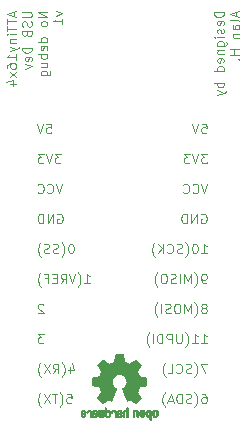
<source format=gbr>
%TF.GenerationSoftware,KiCad,Pcbnew,(5.1.9)-1*%
%TF.CreationDate,2022-01-17T13:57:47-05:00*%
%TF.ProjectId,Dev16x4USB,44657631-3678-4345-9553-422e6b696361,rev?*%
%TF.SameCoordinates,Original*%
%TF.FileFunction,Legend,Bot*%
%TF.FilePolarity,Positive*%
%FSLAX46Y46*%
G04 Gerber Fmt 4.6, Leading zero omitted, Abs format (unit mm)*
G04 Created by KiCad (PCBNEW (5.1.9)-1) date 2022-01-17 13:57:47*
%MOMM*%
%LPD*%
G01*
G04 APERTURE LIST*
%ADD10C,0.100000*%
%ADD11C,0.010000*%
G04 APERTURE END LIST*
D10*
X124171904Y-76455476D02*
X123371904Y-76455476D01*
X123371904Y-76645952D01*
X123410000Y-76760238D01*
X123486190Y-76836428D01*
X123562380Y-76874523D01*
X123714761Y-76912619D01*
X123829047Y-76912619D01*
X123981428Y-76874523D01*
X124057619Y-76836428D01*
X124133809Y-76760238D01*
X124171904Y-76645952D01*
X124171904Y-76455476D01*
X124133809Y-77560238D02*
X124171904Y-77484047D01*
X124171904Y-77331666D01*
X124133809Y-77255476D01*
X124057619Y-77217380D01*
X123752857Y-77217380D01*
X123676666Y-77255476D01*
X123638571Y-77331666D01*
X123638571Y-77484047D01*
X123676666Y-77560238D01*
X123752857Y-77598333D01*
X123829047Y-77598333D01*
X123905238Y-77217380D01*
X124133809Y-77903095D02*
X124171904Y-77979285D01*
X124171904Y-78131666D01*
X124133809Y-78207857D01*
X124057619Y-78245952D01*
X124019523Y-78245952D01*
X123943333Y-78207857D01*
X123905238Y-78131666D01*
X123905238Y-78017380D01*
X123867142Y-77941190D01*
X123790952Y-77903095D01*
X123752857Y-77903095D01*
X123676666Y-77941190D01*
X123638571Y-78017380D01*
X123638571Y-78131666D01*
X123676666Y-78207857D01*
X124171904Y-78588809D02*
X123638571Y-78588809D01*
X123371904Y-78588809D02*
X123410000Y-78550714D01*
X123448095Y-78588809D01*
X123410000Y-78626904D01*
X123371904Y-78588809D01*
X123448095Y-78588809D01*
X123638571Y-79312619D02*
X124286190Y-79312619D01*
X124362380Y-79274523D01*
X124400476Y-79236428D01*
X124438571Y-79160238D01*
X124438571Y-79045952D01*
X124400476Y-78969761D01*
X124133809Y-79312619D02*
X124171904Y-79236428D01*
X124171904Y-79084047D01*
X124133809Y-79007857D01*
X124095714Y-78969761D01*
X124019523Y-78931666D01*
X123790952Y-78931666D01*
X123714761Y-78969761D01*
X123676666Y-79007857D01*
X123638571Y-79084047D01*
X123638571Y-79236428D01*
X123676666Y-79312619D01*
X123638571Y-79693571D02*
X124171904Y-79693571D01*
X123714761Y-79693571D02*
X123676666Y-79731666D01*
X123638571Y-79807857D01*
X123638571Y-79922142D01*
X123676666Y-79998333D01*
X123752857Y-80036428D01*
X124171904Y-80036428D01*
X124133809Y-80722142D02*
X124171904Y-80645952D01*
X124171904Y-80493571D01*
X124133809Y-80417380D01*
X124057619Y-80379285D01*
X123752857Y-80379285D01*
X123676666Y-80417380D01*
X123638571Y-80493571D01*
X123638571Y-80645952D01*
X123676666Y-80722142D01*
X123752857Y-80760238D01*
X123829047Y-80760238D01*
X123905238Y-80379285D01*
X124171904Y-81445952D02*
X123371904Y-81445952D01*
X124133809Y-81445952D02*
X124171904Y-81369761D01*
X124171904Y-81217380D01*
X124133809Y-81141190D01*
X124095714Y-81103095D01*
X124019523Y-81065000D01*
X123790952Y-81065000D01*
X123714761Y-81103095D01*
X123676666Y-81141190D01*
X123638571Y-81217380D01*
X123638571Y-81369761D01*
X123676666Y-81445952D01*
X124171904Y-82436428D02*
X123371904Y-82436428D01*
X123676666Y-82436428D02*
X123638571Y-82512619D01*
X123638571Y-82665000D01*
X123676666Y-82741190D01*
X123714761Y-82779285D01*
X123790952Y-82817380D01*
X124019523Y-82817380D01*
X124095714Y-82779285D01*
X124133809Y-82741190D01*
X124171904Y-82665000D01*
X124171904Y-82512619D01*
X124133809Y-82436428D01*
X123638571Y-83084047D02*
X124171904Y-83274523D01*
X123638571Y-83465000D02*
X124171904Y-83274523D01*
X124362380Y-83198333D01*
X124400476Y-83160238D01*
X124438571Y-83084047D01*
X125243333Y-76417380D02*
X125243333Y-76798333D01*
X125471904Y-76341190D02*
X124671904Y-76607857D01*
X125471904Y-76874523D01*
X125471904Y-77255476D02*
X125433809Y-77179285D01*
X125357619Y-77141190D01*
X124671904Y-77141190D01*
X125471904Y-77903095D02*
X125052857Y-77903095D01*
X124976666Y-77865000D01*
X124938571Y-77788809D01*
X124938571Y-77636428D01*
X124976666Y-77560238D01*
X125433809Y-77903095D02*
X125471904Y-77826904D01*
X125471904Y-77636428D01*
X125433809Y-77560238D01*
X125357619Y-77522142D01*
X125281428Y-77522142D01*
X125205238Y-77560238D01*
X125167142Y-77636428D01*
X125167142Y-77826904D01*
X125129047Y-77903095D01*
X124938571Y-78284047D02*
X125471904Y-78284047D01*
X125014761Y-78284047D02*
X124976666Y-78322142D01*
X124938571Y-78398333D01*
X124938571Y-78512619D01*
X124976666Y-78588809D01*
X125052857Y-78626904D01*
X125471904Y-78626904D01*
X125471904Y-79617380D02*
X124671904Y-79617380D01*
X125052857Y-79617380D02*
X125052857Y-80074523D01*
X125471904Y-80074523D02*
X124671904Y-80074523D01*
X125395714Y-80455476D02*
X125433809Y-80493571D01*
X125471904Y-80455476D01*
X125433809Y-80417380D01*
X125395714Y-80455476D01*
X125471904Y-80455476D01*
X106387333Y-76417380D02*
X106387333Y-76798333D01*
X106615904Y-76341190D02*
X105815904Y-76607857D01*
X106615904Y-76874523D01*
X105815904Y-77026904D02*
X105815904Y-77484047D01*
X106615904Y-77255476D02*
X105815904Y-77255476D01*
X105815904Y-77636428D02*
X105815904Y-78093571D01*
X106615904Y-77865000D02*
X105815904Y-77865000D01*
X106615904Y-78360238D02*
X106082571Y-78360238D01*
X105815904Y-78360238D02*
X105854000Y-78322142D01*
X105892095Y-78360238D01*
X105854000Y-78398333D01*
X105815904Y-78360238D01*
X105892095Y-78360238D01*
X106082571Y-78741190D02*
X106615904Y-78741190D01*
X106158761Y-78741190D02*
X106120666Y-78779285D01*
X106082571Y-78855476D01*
X106082571Y-78969761D01*
X106120666Y-79045952D01*
X106196857Y-79084047D01*
X106615904Y-79084047D01*
X106082571Y-79388809D02*
X106615904Y-79579285D01*
X106082571Y-79769761D02*
X106615904Y-79579285D01*
X106806380Y-79503095D01*
X106844476Y-79465000D01*
X106882571Y-79388809D01*
X106615904Y-80493571D02*
X106615904Y-80036428D01*
X106615904Y-80265000D02*
X105815904Y-80265000D01*
X105930190Y-80188809D01*
X106006380Y-80112619D01*
X106044476Y-80036428D01*
X105815904Y-81179285D02*
X105815904Y-81026904D01*
X105854000Y-80950714D01*
X105892095Y-80912619D01*
X106006380Y-80836428D01*
X106158761Y-80798333D01*
X106463523Y-80798333D01*
X106539714Y-80836428D01*
X106577809Y-80874523D01*
X106615904Y-80950714D01*
X106615904Y-81103095D01*
X106577809Y-81179285D01*
X106539714Y-81217380D01*
X106463523Y-81255476D01*
X106273047Y-81255476D01*
X106196857Y-81217380D01*
X106158761Y-81179285D01*
X106120666Y-81103095D01*
X106120666Y-80950714D01*
X106158761Y-80874523D01*
X106196857Y-80836428D01*
X106273047Y-80798333D01*
X106615904Y-81522142D02*
X106082571Y-81941190D01*
X106082571Y-81522142D02*
X106615904Y-81941190D01*
X106082571Y-82588809D02*
X106615904Y-82588809D01*
X105777809Y-82398333D02*
X106349238Y-82207857D01*
X106349238Y-82703095D01*
X107115904Y-76455476D02*
X107763523Y-76455476D01*
X107839714Y-76493571D01*
X107877809Y-76531666D01*
X107915904Y-76607857D01*
X107915904Y-76760238D01*
X107877809Y-76836428D01*
X107839714Y-76874523D01*
X107763523Y-76912619D01*
X107115904Y-76912619D01*
X107877809Y-77255476D02*
X107915904Y-77369761D01*
X107915904Y-77560238D01*
X107877809Y-77636428D01*
X107839714Y-77674523D01*
X107763523Y-77712619D01*
X107687333Y-77712619D01*
X107611142Y-77674523D01*
X107573047Y-77636428D01*
X107534952Y-77560238D01*
X107496857Y-77407857D01*
X107458761Y-77331666D01*
X107420666Y-77293571D01*
X107344476Y-77255476D01*
X107268285Y-77255476D01*
X107192095Y-77293571D01*
X107154000Y-77331666D01*
X107115904Y-77407857D01*
X107115904Y-77598333D01*
X107154000Y-77712619D01*
X107496857Y-78322142D02*
X107534952Y-78436428D01*
X107573047Y-78474523D01*
X107649238Y-78512619D01*
X107763523Y-78512619D01*
X107839714Y-78474523D01*
X107877809Y-78436428D01*
X107915904Y-78360238D01*
X107915904Y-78055476D01*
X107115904Y-78055476D01*
X107115904Y-78322142D01*
X107154000Y-78398333D01*
X107192095Y-78436428D01*
X107268285Y-78474523D01*
X107344476Y-78474523D01*
X107420666Y-78436428D01*
X107458761Y-78398333D01*
X107496857Y-78322142D01*
X107496857Y-78055476D01*
X107915904Y-79465000D02*
X107115904Y-79465000D01*
X107115904Y-79655476D01*
X107154000Y-79769761D01*
X107230190Y-79845952D01*
X107306380Y-79884047D01*
X107458761Y-79922142D01*
X107573047Y-79922142D01*
X107725428Y-79884047D01*
X107801619Y-79845952D01*
X107877809Y-79769761D01*
X107915904Y-79655476D01*
X107915904Y-79465000D01*
X107877809Y-80569761D02*
X107915904Y-80493571D01*
X107915904Y-80341190D01*
X107877809Y-80265000D01*
X107801619Y-80226904D01*
X107496857Y-80226904D01*
X107420666Y-80265000D01*
X107382571Y-80341190D01*
X107382571Y-80493571D01*
X107420666Y-80569761D01*
X107496857Y-80607857D01*
X107573047Y-80607857D01*
X107649238Y-80226904D01*
X107382571Y-80874523D02*
X107915904Y-81065000D01*
X107382571Y-81255476D01*
X109215904Y-76455476D02*
X108415904Y-76455476D01*
X109215904Y-76912619D01*
X108415904Y-76912619D01*
X109215904Y-77407857D02*
X109177809Y-77331666D01*
X109139714Y-77293571D01*
X109063523Y-77255476D01*
X108834952Y-77255476D01*
X108758761Y-77293571D01*
X108720666Y-77331666D01*
X108682571Y-77407857D01*
X108682571Y-77522142D01*
X108720666Y-77598333D01*
X108758761Y-77636428D01*
X108834952Y-77674523D01*
X109063523Y-77674523D01*
X109139714Y-77636428D01*
X109177809Y-77598333D01*
X109215904Y-77522142D01*
X109215904Y-77407857D01*
X109215904Y-78969761D02*
X108415904Y-78969761D01*
X109177809Y-78969761D02*
X109215904Y-78893571D01*
X109215904Y-78741190D01*
X109177809Y-78665000D01*
X109139714Y-78626904D01*
X109063523Y-78588809D01*
X108834952Y-78588809D01*
X108758761Y-78626904D01*
X108720666Y-78665000D01*
X108682571Y-78741190D01*
X108682571Y-78893571D01*
X108720666Y-78969761D01*
X109177809Y-79655476D02*
X109215904Y-79579285D01*
X109215904Y-79426904D01*
X109177809Y-79350714D01*
X109101619Y-79312619D01*
X108796857Y-79312619D01*
X108720666Y-79350714D01*
X108682571Y-79426904D01*
X108682571Y-79579285D01*
X108720666Y-79655476D01*
X108796857Y-79693571D01*
X108873047Y-79693571D01*
X108949238Y-79312619D01*
X109215904Y-80036428D02*
X108415904Y-80036428D01*
X108720666Y-80036428D02*
X108682571Y-80112619D01*
X108682571Y-80265000D01*
X108720666Y-80341190D01*
X108758761Y-80379285D01*
X108834952Y-80417380D01*
X109063523Y-80417380D01*
X109139714Y-80379285D01*
X109177809Y-80341190D01*
X109215904Y-80265000D01*
X109215904Y-80112619D01*
X109177809Y-80036428D01*
X108682571Y-81103095D02*
X109215904Y-81103095D01*
X108682571Y-80760238D02*
X109101619Y-80760238D01*
X109177809Y-80798333D01*
X109215904Y-80874523D01*
X109215904Y-80988809D01*
X109177809Y-81065000D01*
X109139714Y-81103095D01*
X108682571Y-81826904D02*
X109330190Y-81826904D01*
X109406380Y-81788809D01*
X109444476Y-81750714D01*
X109482571Y-81674523D01*
X109482571Y-81560238D01*
X109444476Y-81484047D01*
X109177809Y-81826904D02*
X109215904Y-81750714D01*
X109215904Y-81598333D01*
X109177809Y-81522142D01*
X109139714Y-81484047D01*
X109063523Y-81445952D01*
X108834952Y-81445952D01*
X108758761Y-81484047D01*
X108720666Y-81522142D01*
X108682571Y-81598333D01*
X108682571Y-81750714D01*
X108720666Y-81826904D01*
X109982571Y-76379285D02*
X110515904Y-76569761D01*
X109982571Y-76760238D01*
X110515904Y-77484047D02*
X110515904Y-77026904D01*
X110515904Y-77255476D02*
X109715904Y-77255476D01*
X109830190Y-77179285D01*
X109906380Y-77103095D01*
X109944476Y-77026904D01*
X122299571Y-85921904D02*
X122680523Y-85921904D01*
X122718619Y-86302857D01*
X122680523Y-86264761D01*
X122604333Y-86226666D01*
X122413857Y-86226666D01*
X122337666Y-86264761D01*
X122299571Y-86302857D01*
X122261476Y-86379047D01*
X122261476Y-86569523D01*
X122299571Y-86645714D01*
X122337666Y-86683809D01*
X122413857Y-86721904D01*
X122604333Y-86721904D01*
X122680523Y-86683809D01*
X122718619Y-86645714D01*
X122032904Y-85921904D02*
X121766238Y-86721904D01*
X121499571Y-85921904D01*
X122756714Y-88461904D02*
X122261476Y-88461904D01*
X122528142Y-88766666D01*
X122413857Y-88766666D01*
X122337666Y-88804761D01*
X122299571Y-88842857D01*
X122261476Y-88919047D01*
X122261476Y-89109523D01*
X122299571Y-89185714D01*
X122337666Y-89223809D01*
X122413857Y-89261904D01*
X122642428Y-89261904D01*
X122718619Y-89223809D01*
X122756714Y-89185714D01*
X122032904Y-88461904D02*
X121766238Y-89261904D01*
X121499571Y-88461904D01*
X121309095Y-88461904D02*
X120813857Y-88461904D01*
X121080523Y-88766666D01*
X120966238Y-88766666D01*
X120890047Y-88804761D01*
X120851952Y-88842857D01*
X120813857Y-88919047D01*
X120813857Y-89109523D01*
X120851952Y-89185714D01*
X120890047Y-89223809D01*
X120966238Y-89261904D01*
X121194809Y-89261904D01*
X121271000Y-89223809D01*
X121309095Y-89185714D01*
X122794809Y-91001904D02*
X122528142Y-91801904D01*
X122261476Y-91001904D01*
X121537666Y-91725714D02*
X121575761Y-91763809D01*
X121690047Y-91801904D01*
X121766238Y-91801904D01*
X121880523Y-91763809D01*
X121956714Y-91687619D01*
X121994809Y-91611428D01*
X122032904Y-91459047D01*
X122032904Y-91344761D01*
X121994809Y-91192380D01*
X121956714Y-91116190D01*
X121880523Y-91040000D01*
X121766238Y-91001904D01*
X121690047Y-91001904D01*
X121575761Y-91040000D01*
X121537666Y-91078095D01*
X120737666Y-91725714D02*
X120775761Y-91763809D01*
X120890047Y-91801904D01*
X120966238Y-91801904D01*
X121080523Y-91763809D01*
X121156714Y-91687619D01*
X121194809Y-91611428D01*
X121232904Y-91459047D01*
X121232904Y-91344761D01*
X121194809Y-91192380D01*
X121156714Y-91116190D01*
X121080523Y-91040000D01*
X120966238Y-91001904D01*
X120890047Y-91001904D01*
X120775761Y-91040000D01*
X120737666Y-91078095D01*
X122261476Y-93580000D02*
X122337666Y-93541904D01*
X122451952Y-93541904D01*
X122566238Y-93580000D01*
X122642428Y-93656190D01*
X122680523Y-93732380D01*
X122718619Y-93884761D01*
X122718619Y-93999047D01*
X122680523Y-94151428D01*
X122642428Y-94227619D01*
X122566238Y-94303809D01*
X122451952Y-94341904D01*
X122375761Y-94341904D01*
X122261476Y-94303809D01*
X122223380Y-94265714D01*
X122223380Y-93999047D01*
X122375761Y-93999047D01*
X121880523Y-94341904D02*
X121880523Y-93541904D01*
X121423380Y-94341904D01*
X121423380Y-93541904D01*
X121042428Y-94341904D02*
X121042428Y-93541904D01*
X120851952Y-93541904D01*
X120737666Y-93580000D01*
X120661476Y-93656190D01*
X120623380Y-93732380D01*
X120585285Y-93884761D01*
X120585285Y-93999047D01*
X120623380Y-94151428D01*
X120661476Y-94227619D01*
X120737666Y-94303809D01*
X120851952Y-94341904D01*
X121042428Y-94341904D01*
X122261476Y-96881904D02*
X122718619Y-96881904D01*
X122490047Y-96881904D02*
X122490047Y-96081904D01*
X122566238Y-96196190D01*
X122642428Y-96272380D01*
X122718619Y-96310476D01*
X121766238Y-96081904D02*
X121690047Y-96081904D01*
X121613857Y-96120000D01*
X121575761Y-96158095D01*
X121537666Y-96234285D01*
X121499571Y-96386666D01*
X121499571Y-96577142D01*
X121537666Y-96729523D01*
X121575761Y-96805714D01*
X121613857Y-96843809D01*
X121690047Y-96881904D01*
X121766238Y-96881904D01*
X121842428Y-96843809D01*
X121880523Y-96805714D01*
X121918619Y-96729523D01*
X121956714Y-96577142D01*
X121956714Y-96386666D01*
X121918619Y-96234285D01*
X121880523Y-96158095D01*
X121842428Y-96120000D01*
X121766238Y-96081904D01*
X120928142Y-97186666D02*
X120966238Y-97148571D01*
X121042428Y-97034285D01*
X121080523Y-96958095D01*
X121118619Y-96843809D01*
X121156714Y-96653333D01*
X121156714Y-96500952D01*
X121118619Y-96310476D01*
X121080523Y-96196190D01*
X121042428Y-96120000D01*
X120966238Y-96005714D01*
X120928142Y-95967619D01*
X120661476Y-96843809D02*
X120547190Y-96881904D01*
X120356714Y-96881904D01*
X120280523Y-96843809D01*
X120242428Y-96805714D01*
X120204333Y-96729523D01*
X120204333Y-96653333D01*
X120242428Y-96577142D01*
X120280523Y-96539047D01*
X120356714Y-96500952D01*
X120509095Y-96462857D01*
X120585285Y-96424761D01*
X120623380Y-96386666D01*
X120661476Y-96310476D01*
X120661476Y-96234285D01*
X120623380Y-96158095D01*
X120585285Y-96120000D01*
X120509095Y-96081904D01*
X120318619Y-96081904D01*
X120204333Y-96120000D01*
X119404333Y-96805714D02*
X119442428Y-96843809D01*
X119556714Y-96881904D01*
X119632904Y-96881904D01*
X119747190Y-96843809D01*
X119823380Y-96767619D01*
X119861476Y-96691428D01*
X119899571Y-96539047D01*
X119899571Y-96424761D01*
X119861476Y-96272380D01*
X119823380Y-96196190D01*
X119747190Y-96120000D01*
X119632904Y-96081904D01*
X119556714Y-96081904D01*
X119442428Y-96120000D01*
X119404333Y-96158095D01*
X119061476Y-96881904D02*
X119061476Y-96081904D01*
X118604333Y-96881904D02*
X118947190Y-96424761D01*
X118604333Y-96081904D02*
X119061476Y-96539047D01*
X118337666Y-97186666D02*
X118299571Y-97148571D01*
X118223380Y-97034285D01*
X118185285Y-96958095D01*
X118147190Y-96843809D01*
X118109095Y-96653333D01*
X118109095Y-96500952D01*
X118147190Y-96310476D01*
X118185285Y-96196190D01*
X118223380Y-96120000D01*
X118299571Y-96005714D01*
X118337666Y-95967619D01*
X122642428Y-99421904D02*
X122490047Y-99421904D01*
X122413857Y-99383809D01*
X122375761Y-99345714D01*
X122299571Y-99231428D01*
X122261476Y-99079047D01*
X122261476Y-98774285D01*
X122299571Y-98698095D01*
X122337666Y-98660000D01*
X122413857Y-98621904D01*
X122566238Y-98621904D01*
X122642428Y-98660000D01*
X122680523Y-98698095D01*
X122718619Y-98774285D01*
X122718619Y-98964761D01*
X122680523Y-99040952D01*
X122642428Y-99079047D01*
X122566238Y-99117142D01*
X122413857Y-99117142D01*
X122337666Y-99079047D01*
X122299571Y-99040952D01*
X122261476Y-98964761D01*
X121690047Y-99726666D02*
X121728142Y-99688571D01*
X121804333Y-99574285D01*
X121842428Y-99498095D01*
X121880523Y-99383809D01*
X121918619Y-99193333D01*
X121918619Y-99040952D01*
X121880523Y-98850476D01*
X121842428Y-98736190D01*
X121804333Y-98660000D01*
X121728142Y-98545714D01*
X121690047Y-98507619D01*
X121385285Y-99421904D02*
X121385285Y-98621904D01*
X121118619Y-99193333D01*
X120851952Y-98621904D01*
X120851952Y-99421904D01*
X120471000Y-99421904D02*
X120471000Y-98621904D01*
X120128142Y-99383809D02*
X120013857Y-99421904D01*
X119823380Y-99421904D01*
X119747190Y-99383809D01*
X119709095Y-99345714D01*
X119671000Y-99269523D01*
X119671000Y-99193333D01*
X119709095Y-99117142D01*
X119747190Y-99079047D01*
X119823380Y-99040952D01*
X119975761Y-99002857D01*
X120051952Y-98964761D01*
X120090047Y-98926666D01*
X120128142Y-98850476D01*
X120128142Y-98774285D01*
X120090047Y-98698095D01*
X120051952Y-98660000D01*
X119975761Y-98621904D01*
X119785285Y-98621904D01*
X119671000Y-98660000D01*
X119175761Y-98621904D02*
X119023380Y-98621904D01*
X118947190Y-98660000D01*
X118871000Y-98736190D01*
X118832904Y-98888571D01*
X118832904Y-99155238D01*
X118871000Y-99307619D01*
X118947190Y-99383809D01*
X119023380Y-99421904D01*
X119175761Y-99421904D01*
X119251952Y-99383809D01*
X119328142Y-99307619D01*
X119366238Y-99155238D01*
X119366238Y-98888571D01*
X119328142Y-98736190D01*
X119251952Y-98660000D01*
X119175761Y-98621904D01*
X118566238Y-99726666D02*
X118528142Y-99688571D01*
X118451952Y-99574285D01*
X118413857Y-99498095D01*
X118375761Y-99383809D01*
X118337666Y-99193333D01*
X118337666Y-99040952D01*
X118375761Y-98850476D01*
X118413857Y-98736190D01*
X118451952Y-98660000D01*
X118528142Y-98545714D01*
X118566238Y-98507619D01*
X122566238Y-101504761D02*
X122642428Y-101466666D01*
X122680523Y-101428571D01*
X122718619Y-101352380D01*
X122718619Y-101314285D01*
X122680523Y-101238095D01*
X122642428Y-101200000D01*
X122566238Y-101161904D01*
X122413857Y-101161904D01*
X122337666Y-101200000D01*
X122299571Y-101238095D01*
X122261476Y-101314285D01*
X122261476Y-101352380D01*
X122299571Y-101428571D01*
X122337666Y-101466666D01*
X122413857Y-101504761D01*
X122566238Y-101504761D01*
X122642428Y-101542857D01*
X122680523Y-101580952D01*
X122718619Y-101657142D01*
X122718619Y-101809523D01*
X122680523Y-101885714D01*
X122642428Y-101923809D01*
X122566238Y-101961904D01*
X122413857Y-101961904D01*
X122337666Y-101923809D01*
X122299571Y-101885714D01*
X122261476Y-101809523D01*
X122261476Y-101657142D01*
X122299571Y-101580952D01*
X122337666Y-101542857D01*
X122413857Y-101504761D01*
X121690047Y-102266666D02*
X121728142Y-102228571D01*
X121804333Y-102114285D01*
X121842428Y-102038095D01*
X121880523Y-101923809D01*
X121918619Y-101733333D01*
X121918619Y-101580952D01*
X121880523Y-101390476D01*
X121842428Y-101276190D01*
X121804333Y-101200000D01*
X121728142Y-101085714D01*
X121690047Y-101047619D01*
X121385285Y-101961904D02*
X121385285Y-101161904D01*
X121118619Y-101733333D01*
X120851952Y-101161904D01*
X120851952Y-101961904D01*
X120318619Y-101161904D02*
X120166238Y-101161904D01*
X120090047Y-101200000D01*
X120013857Y-101276190D01*
X119975761Y-101428571D01*
X119975761Y-101695238D01*
X120013857Y-101847619D01*
X120090047Y-101923809D01*
X120166238Y-101961904D01*
X120318619Y-101961904D01*
X120394809Y-101923809D01*
X120471000Y-101847619D01*
X120509095Y-101695238D01*
X120509095Y-101428571D01*
X120471000Y-101276190D01*
X120394809Y-101200000D01*
X120318619Y-101161904D01*
X119671000Y-101923809D02*
X119556714Y-101961904D01*
X119366238Y-101961904D01*
X119290047Y-101923809D01*
X119251952Y-101885714D01*
X119213857Y-101809523D01*
X119213857Y-101733333D01*
X119251952Y-101657142D01*
X119290047Y-101619047D01*
X119366238Y-101580952D01*
X119518619Y-101542857D01*
X119594809Y-101504761D01*
X119632904Y-101466666D01*
X119671000Y-101390476D01*
X119671000Y-101314285D01*
X119632904Y-101238095D01*
X119594809Y-101200000D01*
X119518619Y-101161904D01*
X119328142Y-101161904D01*
X119213857Y-101200000D01*
X118871000Y-101961904D02*
X118871000Y-101161904D01*
X118566238Y-102266666D02*
X118528142Y-102228571D01*
X118451952Y-102114285D01*
X118413857Y-102038095D01*
X118375761Y-101923809D01*
X118337666Y-101733333D01*
X118337666Y-101580952D01*
X118375761Y-101390476D01*
X118413857Y-101276190D01*
X118451952Y-101200000D01*
X118528142Y-101085714D01*
X118566238Y-101047619D01*
X122261476Y-104501904D02*
X122718619Y-104501904D01*
X122490047Y-104501904D02*
X122490047Y-103701904D01*
X122566238Y-103816190D01*
X122642428Y-103892380D01*
X122718619Y-103930476D01*
X121499571Y-104501904D02*
X121956714Y-104501904D01*
X121728142Y-104501904D02*
X121728142Y-103701904D01*
X121804333Y-103816190D01*
X121880523Y-103892380D01*
X121956714Y-103930476D01*
X120928142Y-104806666D02*
X120966238Y-104768571D01*
X121042428Y-104654285D01*
X121080523Y-104578095D01*
X121118619Y-104463809D01*
X121156714Y-104273333D01*
X121156714Y-104120952D01*
X121118619Y-103930476D01*
X121080523Y-103816190D01*
X121042428Y-103740000D01*
X120966238Y-103625714D01*
X120928142Y-103587619D01*
X120623380Y-103701904D02*
X120623380Y-104349523D01*
X120585285Y-104425714D01*
X120547190Y-104463809D01*
X120471000Y-104501904D01*
X120318619Y-104501904D01*
X120242428Y-104463809D01*
X120204333Y-104425714D01*
X120166238Y-104349523D01*
X120166238Y-103701904D01*
X119785285Y-104501904D02*
X119785285Y-103701904D01*
X119480523Y-103701904D01*
X119404333Y-103740000D01*
X119366238Y-103778095D01*
X119328142Y-103854285D01*
X119328142Y-103968571D01*
X119366238Y-104044761D01*
X119404333Y-104082857D01*
X119480523Y-104120952D01*
X119785285Y-104120952D01*
X118985285Y-104501904D02*
X118985285Y-103701904D01*
X118794809Y-103701904D01*
X118680523Y-103740000D01*
X118604333Y-103816190D01*
X118566238Y-103892380D01*
X118528142Y-104044761D01*
X118528142Y-104159047D01*
X118566238Y-104311428D01*
X118604333Y-104387619D01*
X118680523Y-104463809D01*
X118794809Y-104501904D01*
X118985285Y-104501904D01*
X118185285Y-104501904D02*
X118185285Y-103701904D01*
X117880523Y-104806666D02*
X117842428Y-104768571D01*
X117766238Y-104654285D01*
X117728142Y-104578095D01*
X117690047Y-104463809D01*
X117651952Y-104273333D01*
X117651952Y-104120952D01*
X117690047Y-103930476D01*
X117728142Y-103816190D01*
X117766238Y-103740000D01*
X117842428Y-103625714D01*
X117880523Y-103587619D01*
X122756714Y-106241904D02*
X122223380Y-106241904D01*
X122566238Y-107041904D01*
X121690047Y-107346666D02*
X121728142Y-107308571D01*
X121804333Y-107194285D01*
X121842428Y-107118095D01*
X121880523Y-107003809D01*
X121918619Y-106813333D01*
X121918619Y-106660952D01*
X121880523Y-106470476D01*
X121842428Y-106356190D01*
X121804333Y-106280000D01*
X121728142Y-106165714D01*
X121690047Y-106127619D01*
X121423380Y-107003809D02*
X121309095Y-107041904D01*
X121118619Y-107041904D01*
X121042428Y-107003809D01*
X121004333Y-106965714D01*
X120966238Y-106889523D01*
X120966238Y-106813333D01*
X121004333Y-106737142D01*
X121042428Y-106699047D01*
X121118619Y-106660952D01*
X121271000Y-106622857D01*
X121347190Y-106584761D01*
X121385285Y-106546666D01*
X121423380Y-106470476D01*
X121423380Y-106394285D01*
X121385285Y-106318095D01*
X121347190Y-106280000D01*
X121271000Y-106241904D01*
X121080523Y-106241904D01*
X120966238Y-106280000D01*
X120166238Y-106965714D02*
X120204333Y-107003809D01*
X120318619Y-107041904D01*
X120394809Y-107041904D01*
X120509095Y-107003809D01*
X120585285Y-106927619D01*
X120623380Y-106851428D01*
X120661476Y-106699047D01*
X120661476Y-106584761D01*
X120623380Y-106432380D01*
X120585285Y-106356190D01*
X120509095Y-106280000D01*
X120394809Y-106241904D01*
X120318619Y-106241904D01*
X120204333Y-106280000D01*
X120166238Y-106318095D01*
X119442428Y-107041904D02*
X119823380Y-107041904D01*
X119823380Y-106241904D01*
X119251952Y-107346666D02*
X119213857Y-107308571D01*
X119137666Y-107194285D01*
X119099571Y-107118095D01*
X119061476Y-107003809D01*
X119023380Y-106813333D01*
X119023380Y-106660952D01*
X119061476Y-106470476D01*
X119099571Y-106356190D01*
X119137666Y-106280000D01*
X119213857Y-106165714D01*
X119251952Y-106127619D01*
X122337666Y-108781904D02*
X122490047Y-108781904D01*
X122566238Y-108820000D01*
X122604333Y-108858095D01*
X122680523Y-108972380D01*
X122718619Y-109124761D01*
X122718619Y-109429523D01*
X122680523Y-109505714D01*
X122642428Y-109543809D01*
X122566238Y-109581904D01*
X122413857Y-109581904D01*
X122337666Y-109543809D01*
X122299571Y-109505714D01*
X122261476Y-109429523D01*
X122261476Y-109239047D01*
X122299571Y-109162857D01*
X122337666Y-109124761D01*
X122413857Y-109086666D01*
X122566238Y-109086666D01*
X122642428Y-109124761D01*
X122680523Y-109162857D01*
X122718619Y-109239047D01*
X121690047Y-109886666D02*
X121728142Y-109848571D01*
X121804333Y-109734285D01*
X121842428Y-109658095D01*
X121880523Y-109543809D01*
X121918619Y-109353333D01*
X121918619Y-109200952D01*
X121880523Y-109010476D01*
X121842428Y-108896190D01*
X121804333Y-108820000D01*
X121728142Y-108705714D01*
X121690047Y-108667619D01*
X121423380Y-109543809D02*
X121309095Y-109581904D01*
X121118619Y-109581904D01*
X121042428Y-109543809D01*
X121004333Y-109505714D01*
X120966238Y-109429523D01*
X120966238Y-109353333D01*
X121004333Y-109277142D01*
X121042428Y-109239047D01*
X121118619Y-109200952D01*
X121271000Y-109162857D01*
X121347190Y-109124761D01*
X121385285Y-109086666D01*
X121423380Y-109010476D01*
X121423380Y-108934285D01*
X121385285Y-108858095D01*
X121347190Y-108820000D01*
X121271000Y-108781904D01*
X121080523Y-108781904D01*
X120966238Y-108820000D01*
X120623380Y-109581904D02*
X120623380Y-108781904D01*
X120432904Y-108781904D01*
X120318619Y-108820000D01*
X120242428Y-108896190D01*
X120204333Y-108972380D01*
X120166238Y-109124761D01*
X120166238Y-109239047D01*
X120204333Y-109391428D01*
X120242428Y-109467619D01*
X120318619Y-109543809D01*
X120432904Y-109581904D01*
X120623380Y-109581904D01*
X119861476Y-109353333D02*
X119480523Y-109353333D01*
X119937666Y-109581904D02*
X119671000Y-108781904D01*
X119404333Y-109581904D01*
X119213857Y-109886666D02*
X119175761Y-109848571D01*
X119099571Y-109734285D01*
X119061476Y-109658095D01*
X119023380Y-109543809D01*
X118985285Y-109353333D01*
X118985285Y-109200952D01*
X119023380Y-109010476D01*
X119061476Y-108896190D01*
X119099571Y-108820000D01*
X119175761Y-108705714D01*
X119213857Y-108667619D01*
X110897571Y-108781904D02*
X111278523Y-108781904D01*
X111316619Y-109162857D01*
X111278523Y-109124761D01*
X111202333Y-109086666D01*
X111011857Y-109086666D01*
X110935666Y-109124761D01*
X110897571Y-109162857D01*
X110859476Y-109239047D01*
X110859476Y-109429523D01*
X110897571Y-109505714D01*
X110935666Y-109543809D01*
X111011857Y-109581904D01*
X111202333Y-109581904D01*
X111278523Y-109543809D01*
X111316619Y-109505714D01*
X110288047Y-109886666D02*
X110326142Y-109848571D01*
X110402333Y-109734285D01*
X110440428Y-109658095D01*
X110478523Y-109543809D01*
X110516619Y-109353333D01*
X110516619Y-109200952D01*
X110478523Y-109010476D01*
X110440428Y-108896190D01*
X110402333Y-108820000D01*
X110326142Y-108705714D01*
X110288047Y-108667619D01*
X110097571Y-108781904D02*
X109640428Y-108781904D01*
X109869000Y-109581904D02*
X109869000Y-108781904D01*
X109449952Y-108781904D02*
X108916619Y-109581904D01*
X108916619Y-108781904D02*
X109449952Y-109581904D01*
X108688047Y-109886666D02*
X108649952Y-109848571D01*
X108573761Y-109734285D01*
X108535666Y-109658095D01*
X108497571Y-109543809D01*
X108459476Y-109353333D01*
X108459476Y-109200952D01*
X108497571Y-109010476D01*
X108535666Y-108896190D01*
X108573761Y-108820000D01*
X108649952Y-108705714D01*
X108688047Y-108667619D01*
X111126142Y-106508571D02*
X111126142Y-107041904D01*
X111316619Y-106203809D02*
X111507095Y-106775238D01*
X111011857Y-106775238D01*
X110478523Y-107346666D02*
X110516619Y-107308571D01*
X110592809Y-107194285D01*
X110630904Y-107118095D01*
X110669000Y-107003809D01*
X110707095Y-106813333D01*
X110707095Y-106660952D01*
X110669000Y-106470476D01*
X110630904Y-106356190D01*
X110592809Y-106280000D01*
X110516619Y-106165714D01*
X110478523Y-106127619D01*
X109716619Y-107041904D02*
X109983285Y-106660952D01*
X110173761Y-107041904D02*
X110173761Y-106241904D01*
X109869000Y-106241904D01*
X109792809Y-106280000D01*
X109754714Y-106318095D01*
X109716619Y-106394285D01*
X109716619Y-106508571D01*
X109754714Y-106584761D01*
X109792809Y-106622857D01*
X109869000Y-106660952D01*
X110173761Y-106660952D01*
X109449952Y-106241904D02*
X108916619Y-107041904D01*
X108916619Y-106241904D02*
X109449952Y-107041904D01*
X108688047Y-107346666D02*
X108649952Y-107308571D01*
X108573761Y-107194285D01*
X108535666Y-107118095D01*
X108497571Y-107003809D01*
X108459476Y-106813333D01*
X108459476Y-106660952D01*
X108497571Y-106470476D01*
X108535666Y-106356190D01*
X108573761Y-106280000D01*
X108649952Y-106165714D01*
X108688047Y-106127619D01*
X108916619Y-103701904D02*
X108421380Y-103701904D01*
X108688047Y-104006666D01*
X108573761Y-104006666D01*
X108497571Y-104044761D01*
X108459476Y-104082857D01*
X108421380Y-104159047D01*
X108421380Y-104349523D01*
X108459476Y-104425714D01*
X108497571Y-104463809D01*
X108573761Y-104501904D01*
X108802333Y-104501904D01*
X108878523Y-104463809D01*
X108916619Y-104425714D01*
X108878523Y-101238095D02*
X108840428Y-101200000D01*
X108764238Y-101161904D01*
X108573761Y-101161904D01*
X108497571Y-101200000D01*
X108459476Y-101238095D01*
X108421380Y-101314285D01*
X108421380Y-101390476D01*
X108459476Y-101504761D01*
X108916619Y-101961904D01*
X108421380Y-101961904D01*
X112383285Y-99421904D02*
X112840428Y-99421904D01*
X112611857Y-99421904D02*
X112611857Y-98621904D01*
X112688047Y-98736190D01*
X112764238Y-98812380D01*
X112840428Y-98850476D01*
X111811857Y-99726666D02*
X111849952Y-99688571D01*
X111926142Y-99574285D01*
X111964238Y-99498095D01*
X112002333Y-99383809D01*
X112040428Y-99193333D01*
X112040428Y-99040952D01*
X112002333Y-98850476D01*
X111964238Y-98736190D01*
X111926142Y-98660000D01*
X111849952Y-98545714D01*
X111811857Y-98507619D01*
X111621380Y-98621904D02*
X111354714Y-99421904D01*
X111088047Y-98621904D01*
X110364238Y-99421904D02*
X110630904Y-99040952D01*
X110821380Y-99421904D02*
X110821380Y-98621904D01*
X110516619Y-98621904D01*
X110440428Y-98660000D01*
X110402333Y-98698095D01*
X110364238Y-98774285D01*
X110364238Y-98888571D01*
X110402333Y-98964761D01*
X110440428Y-99002857D01*
X110516619Y-99040952D01*
X110821380Y-99040952D01*
X110021380Y-99002857D02*
X109754714Y-99002857D01*
X109640428Y-99421904D02*
X110021380Y-99421904D01*
X110021380Y-98621904D01*
X109640428Y-98621904D01*
X109030904Y-99002857D02*
X109297571Y-99002857D01*
X109297571Y-99421904D02*
X109297571Y-98621904D01*
X108916619Y-98621904D01*
X108688047Y-99726666D02*
X108649952Y-99688571D01*
X108573761Y-99574285D01*
X108535666Y-99498095D01*
X108497571Y-99383809D01*
X108459476Y-99193333D01*
X108459476Y-99040952D01*
X108497571Y-98850476D01*
X108535666Y-98736190D01*
X108573761Y-98660000D01*
X108649952Y-98545714D01*
X108688047Y-98507619D01*
X111278523Y-96081904D02*
X111202333Y-96081904D01*
X111126142Y-96120000D01*
X111088047Y-96158095D01*
X111049952Y-96234285D01*
X111011857Y-96386666D01*
X111011857Y-96577142D01*
X111049952Y-96729523D01*
X111088047Y-96805714D01*
X111126142Y-96843809D01*
X111202333Y-96881904D01*
X111278523Y-96881904D01*
X111354714Y-96843809D01*
X111392809Y-96805714D01*
X111430904Y-96729523D01*
X111469000Y-96577142D01*
X111469000Y-96386666D01*
X111430904Y-96234285D01*
X111392809Y-96158095D01*
X111354714Y-96120000D01*
X111278523Y-96081904D01*
X110440428Y-97186666D02*
X110478523Y-97148571D01*
X110554714Y-97034285D01*
X110592809Y-96958095D01*
X110630904Y-96843809D01*
X110669000Y-96653333D01*
X110669000Y-96500952D01*
X110630904Y-96310476D01*
X110592809Y-96196190D01*
X110554714Y-96120000D01*
X110478523Y-96005714D01*
X110440428Y-95967619D01*
X110173761Y-96843809D02*
X110059476Y-96881904D01*
X109869000Y-96881904D01*
X109792809Y-96843809D01*
X109754714Y-96805714D01*
X109716619Y-96729523D01*
X109716619Y-96653333D01*
X109754714Y-96577142D01*
X109792809Y-96539047D01*
X109869000Y-96500952D01*
X110021380Y-96462857D01*
X110097571Y-96424761D01*
X110135666Y-96386666D01*
X110173761Y-96310476D01*
X110173761Y-96234285D01*
X110135666Y-96158095D01*
X110097571Y-96120000D01*
X110021380Y-96081904D01*
X109830904Y-96081904D01*
X109716619Y-96120000D01*
X109411857Y-96843809D02*
X109297571Y-96881904D01*
X109107095Y-96881904D01*
X109030904Y-96843809D01*
X108992809Y-96805714D01*
X108954714Y-96729523D01*
X108954714Y-96653333D01*
X108992809Y-96577142D01*
X109030904Y-96539047D01*
X109107095Y-96500952D01*
X109259476Y-96462857D01*
X109335666Y-96424761D01*
X109373761Y-96386666D01*
X109411857Y-96310476D01*
X109411857Y-96234285D01*
X109373761Y-96158095D01*
X109335666Y-96120000D01*
X109259476Y-96081904D01*
X109069000Y-96081904D01*
X108954714Y-96120000D01*
X108688047Y-97186666D02*
X108649952Y-97148571D01*
X108573761Y-97034285D01*
X108535666Y-96958095D01*
X108497571Y-96843809D01*
X108459476Y-96653333D01*
X108459476Y-96500952D01*
X108497571Y-96310476D01*
X108535666Y-96196190D01*
X108573761Y-96120000D01*
X108649952Y-96005714D01*
X108688047Y-95967619D01*
X110097571Y-93580000D02*
X110173761Y-93541904D01*
X110288047Y-93541904D01*
X110402333Y-93580000D01*
X110478523Y-93656190D01*
X110516619Y-93732380D01*
X110554714Y-93884761D01*
X110554714Y-93999047D01*
X110516619Y-94151428D01*
X110478523Y-94227619D01*
X110402333Y-94303809D01*
X110288047Y-94341904D01*
X110211857Y-94341904D01*
X110097571Y-94303809D01*
X110059476Y-94265714D01*
X110059476Y-93999047D01*
X110211857Y-93999047D01*
X109716619Y-94341904D02*
X109716619Y-93541904D01*
X109259476Y-94341904D01*
X109259476Y-93541904D01*
X108878523Y-94341904D02*
X108878523Y-93541904D01*
X108688047Y-93541904D01*
X108573761Y-93580000D01*
X108497571Y-93656190D01*
X108459476Y-93732380D01*
X108421380Y-93884761D01*
X108421380Y-93999047D01*
X108459476Y-94151428D01*
X108497571Y-94227619D01*
X108573761Y-94303809D01*
X108688047Y-94341904D01*
X108878523Y-94341904D01*
X110478523Y-91001904D02*
X110211857Y-91801904D01*
X109945190Y-91001904D01*
X109221380Y-91725714D02*
X109259476Y-91763809D01*
X109373761Y-91801904D01*
X109449952Y-91801904D01*
X109564238Y-91763809D01*
X109640428Y-91687619D01*
X109678523Y-91611428D01*
X109716619Y-91459047D01*
X109716619Y-91344761D01*
X109678523Y-91192380D01*
X109640428Y-91116190D01*
X109564238Y-91040000D01*
X109449952Y-91001904D01*
X109373761Y-91001904D01*
X109259476Y-91040000D01*
X109221380Y-91078095D01*
X108421380Y-91725714D02*
X108459476Y-91763809D01*
X108573761Y-91801904D01*
X108649952Y-91801904D01*
X108764238Y-91763809D01*
X108840428Y-91687619D01*
X108878523Y-91611428D01*
X108916619Y-91459047D01*
X108916619Y-91344761D01*
X108878523Y-91192380D01*
X108840428Y-91116190D01*
X108764238Y-91040000D01*
X108649952Y-91001904D01*
X108573761Y-91001904D01*
X108459476Y-91040000D01*
X108421380Y-91078095D01*
X110364238Y-88461904D02*
X109869000Y-88461904D01*
X110135666Y-88766666D01*
X110021380Y-88766666D01*
X109945190Y-88804761D01*
X109907095Y-88842857D01*
X109869000Y-88919047D01*
X109869000Y-89109523D01*
X109907095Y-89185714D01*
X109945190Y-89223809D01*
X110021380Y-89261904D01*
X110249952Y-89261904D01*
X110326142Y-89223809D01*
X110364238Y-89185714D01*
X109640428Y-88461904D02*
X109373761Y-89261904D01*
X109107095Y-88461904D01*
X108916619Y-88461904D02*
X108421380Y-88461904D01*
X108688047Y-88766666D01*
X108573761Y-88766666D01*
X108497571Y-88804761D01*
X108459476Y-88842857D01*
X108421380Y-88919047D01*
X108421380Y-89109523D01*
X108459476Y-89185714D01*
X108497571Y-89223809D01*
X108573761Y-89261904D01*
X108802333Y-89261904D01*
X108878523Y-89223809D01*
X108916619Y-89185714D01*
X109145190Y-85921904D02*
X109526142Y-85921904D01*
X109564238Y-86302857D01*
X109526142Y-86264761D01*
X109449952Y-86226666D01*
X109259476Y-86226666D01*
X109183285Y-86264761D01*
X109145190Y-86302857D01*
X109107095Y-86379047D01*
X109107095Y-86569523D01*
X109145190Y-86645714D01*
X109183285Y-86683809D01*
X109259476Y-86721904D01*
X109449952Y-86721904D01*
X109526142Y-86683809D01*
X109564238Y-86645714D01*
X108878523Y-85921904D02*
X108611857Y-86721904D01*
X108345190Y-85921904D01*
D11*
%TO.C,REF\u002A\u002A*%
G36*
X115212090Y-105446348D02*
G01*
X115133546Y-105446778D01*
X115076702Y-105447942D01*
X115037895Y-105450207D01*
X115013462Y-105453940D01*
X114999738Y-105459506D01*
X114993060Y-105467273D01*
X114989764Y-105477605D01*
X114989444Y-105478943D01*
X114984438Y-105503079D01*
X114975171Y-105550701D01*
X114962608Y-105616741D01*
X114947713Y-105696128D01*
X114931449Y-105783796D01*
X114930881Y-105786875D01*
X114914590Y-105872789D01*
X114899348Y-105948696D01*
X114886139Y-106010045D01*
X114875946Y-106052282D01*
X114869752Y-106070855D01*
X114869457Y-106071184D01*
X114851212Y-106080253D01*
X114813595Y-106095367D01*
X114764729Y-106113262D01*
X114764457Y-106113358D01*
X114702907Y-106136493D01*
X114630343Y-106165965D01*
X114561943Y-106195597D01*
X114558706Y-106197062D01*
X114447298Y-106247626D01*
X114200601Y-106079160D01*
X114124923Y-106027803D01*
X114056369Y-105981889D01*
X113998912Y-105944030D01*
X113956524Y-105916837D01*
X113933175Y-105902921D01*
X113930958Y-105901889D01*
X113913990Y-105906484D01*
X113882299Y-105928655D01*
X113834648Y-105969447D01*
X113769802Y-106029905D01*
X113703603Y-106094227D01*
X113639786Y-106157612D01*
X113582671Y-106215451D01*
X113535695Y-106264175D01*
X113502297Y-106300210D01*
X113485915Y-106319984D01*
X113485306Y-106321002D01*
X113483495Y-106334572D01*
X113490317Y-106356733D01*
X113507460Y-106390478D01*
X113536607Y-106438800D01*
X113579445Y-106504692D01*
X113636552Y-106589517D01*
X113687234Y-106664177D01*
X113732539Y-106731140D01*
X113769850Y-106786516D01*
X113796548Y-106826420D01*
X113810015Y-106846962D01*
X113810863Y-106848356D01*
X113809219Y-106868038D01*
X113796755Y-106906293D01*
X113775952Y-106955889D01*
X113768538Y-106971728D01*
X113736186Y-107042290D01*
X113701672Y-107122353D01*
X113673635Y-107191629D01*
X113653432Y-107243045D01*
X113637385Y-107282119D01*
X113628112Y-107302541D01*
X113626959Y-107304114D01*
X113609904Y-107306721D01*
X113569702Y-107313863D01*
X113511698Y-107324523D01*
X113441237Y-107337685D01*
X113363665Y-107352333D01*
X113284328Y-107367449D01*
X113208569Y-107382018D01*
X113141736Y-107395022D01*
X113089172Y-107405445D01*
X113056224Y-107412270D01*
X113048143Y-107414199D01*
X113039795Y-107418962D01*
X113033494Y-107429718D01*
X113028955Y-107450098D01*
X113025896Y-107483734D01*
X113024033Y-107534255D01*
X113023082Y-107605292D01*
X113022760Y-107700476D01*
X113022743Y-107739492D01*
X113022743Y-108056799D01*
X113098943Y-108071839D01*
X113141337Y-108079995D01*
X113204600Y-108091899D01*
X113281038Y-108106116D01*
X113362957Y-108121210D01*
X113385600Y-108125355D01*
X113461194Y-108140053D01*
X113527047Y-108154505D01*
X113577634Y-108167375D01*
X113607426Y-108177322D01*
X113612388Y-108180287D01*
X113624574Y-108201283D01*
X113642047Y-108241967D01*
X113661423Y-108294322D01*
X113665266Y-108305600D01*
X113690661Y-108375523D01*
X113722183Y-108454418D01*
X113753031Y-108525266D01*
X113753183Y-108525595D01*
X113804553Y-108636733D01*
X113635601Y-108885253D01*
X113466648Y-109133772D01*
X113683571Y-109351058D01*
X113749181Y-109415726D01*
X113809021Y-109472733D01*
X113859733Y-109519033D01*
X113897954Y-109551584D01*
X113920325Y-109567343D01*
X113923534Y-109568343D01*
X113942374Y-109560469D01*
X113980820Y-109538578D01*
X114034670Y-109505267D01*
X114099724Y-109463131D01*
X114170060Y-109415943D01*
X114241445Y-109367810D01*
X114305092Y-109325928D01*
X114356959Y-109292871D01*
X114393005Y-109271218D01*
X114409133Y-109263543D01*
X114428811Y-109270037D01*
X114466125Y-109287150D01*
X114513379Y-109311326D01*
X114518388Y-109314013D01*
X114582023Y-109345927D01*
X114625659Y-109361579D01*
X114652798Y-109361745D01*
X114666943Y-109347204D01*
X114667025Y-109347000D01*
X114674095Y-109329779D01*
X114690958Y-109288899D01*
X114716305Y-109227525D01*
X114748829Y-109148819D01*
X114787222Y-109055947D01*
X114830178Y-108952072D01*
X114871778Y-108851502D01*
X114917496Y-108740516D01*
X114959474Y-108637703D01*
X114996452Y-108546215D01*
X115027173Y-108469201D01*
X115050378Y-108409815D01*
X115064810Y-108371209D01*
X115069257Y-108356800D01*
X115058104Y-108340272D01*
X115028931Y-108313930D01*
X114990029Y-108284887D01*
X114879243Y-108193039D01*
X114792649Y-108087759D01*
X114731284Y-107971266D01*
X114696185Y-107845776D01*
X114688392Y-107713507D01*
X114694057Y-107652457D01*
X114724922Y-107525795D01*
X114778080Y-107413941D01*
X114850233Y-107318001D01*
X114938083Y-107239076D01*
X115038335Y-107178270D01*
X115147690Y-107136687D01*
X115262853Y-107115428D01*
X115380525Y-107115599D01*
X115497410Y-107138301D01*
X115610211Y-107184638D01*
X115715631Y-107255713D01*
X115759632Y-107295911D01*
X115844021Y-107399129D01*
X115902778Y-107511925D01*
X115936296Y-107631010D01*
X115944965Y-107753095D01*
X115929177Y-107874893D01*
X115889322Y-107993116D01*
X115825793Y-108104475D01*
X115738979Y-108205684D01*
X115641971Y-108284887D01*
X115601563Y-108315162D01*
X115573018Y-108341219D01*
X115562743Y-108356825D01*
X115568123Y-108373843D01*
X115583425Y-108414500D01*
X115607388Y-108475642D01*
X115638756Y-108554119D01*
X115676268Y-108646780D01*
X115718667Y-108750472D01*
X115760337Y-108851526D01*
X115806310Y-108962607D01*
X115848893Y-109065541D01*
X115886779Y-109157165D01*
X115918660Y-109234316D01*
X115943229Y-109293831D01*
X115959180Y-109332544D01*
X115965090Y-109347000D01*
X115979052Y-109361685D01*
X116006060Y-109361642D01*
X116049587Y-109346099D01*
X116113110Y-109314284D01*
X116113612Y-109314013D01*
X116161440Y-109289323D01*
X116200103Y-109271338D01*
X116221905Y-109263614D01*
X116222867Y-109263543D01*
X116239279Y-109271378D01*
X116275513Y-109293165D01*
X116327526Y-109326328D01*
X116391275Y-109368291D01*
X116461940Y-109415943D01*
X116533884Y-109464191D01*
X116598726Y-109506151D01*
X116652265Y-109539227D01*
X116690303Y-109560821D01*
X116708467Y-109568343D01*
X116725192Y-109558457D01*
X116758820Y-109530826D01*
X116805990Y-109488495D01*
X116863342Y-109434505D01*
X116927516Y-109371899D01*
X116948503Y-109350983D01*
X117165501Y-109133623D01*
X117000332Y-108891220D01*
X116950136Y-108816781D01*
X116906081Y-108749972D01*
X116870638Y-108694665D01*
X116846281Y-108654729D01*
X116835478Y-108634036D01*
X116835162Y-108632563D01*
X116840857Y-108613058D01*
X116856174Y-108573822D01*
X116878463Y-108521430D01*
X116894107Y-108486355D01*
X116923359Y-108419201D01*
X116950906Y-108351358D01*
X116972263Y-108294034D01*
X116978065Y-108276572D01*
X116994548Y-108229938D01*
X117010660Y-108193905D01*
X117019510Y-108180287D01*
X117039040Y-108171952D01*
X117081666Y-108160137D01*
X117141855Y-108146181D01*
X117214078Y-108131422D01*
X117246400Y-108125355D01*
X117328478Y-108110273D01*
X117407205Y-108095669D01*
X117474891Y-108082980D01*
X117523840Y-108073642D01*
X117533057Y-108071839D01*
X117609257Y-108056799D01*
X117609257Y-107739492D01*
X117609086Y-107635154D01*
X117608384Y-107556213D01*
X117606866Y-107499038D01*
X117604251Y-107459999D01*
X117600254Y-107435465D01*
X117594591Y-107421805D01*
X117586980Y-107415389D01*
X117583857Y-107414199D01*
X117565022Y-107409980D01*
X117523412Y-107401562D01*
X117464370Y-107389961D01*
X117393243Y-107376195D01*
X117315375Y-107361280D01*
X117236113Y-107346232D01*
X117160802Y-107332069D01*
X117094787Y-107319806D01*
X117043413Y-107310461D01*
X117012025Y-107305050D01*
X117005041Y-107304114D01*
X116998715Y-107291596D01*
X116984710Y-107258246D01*
X116965645Y-107210377D01*
X116958366Y-107191629D01*
X116929004Y-107119195D01*
X116894429Y-107039170D01*
X116863463Y-106971728D01*
X116840677Y-106920159D01*
X116825518Y-106877785D01*
X116820458Y-106851834D01*
X116821264Y-106848356D01*
X116831959Y-106831936D01*
X116856380Y-106795417D01*
X116891905Y-106742687D01*
X116935913Y-106677635D01*
X116985783Y-106604151D01*
X116995644Y-106589645D01*
X117053508Y-106503704D01*
X117096044Y-106438261D01*
X117124946Y-106390304D01*
X117141910Y-106356820D01*
X117148633Y-106334795D01*
X117146810Y-106321217D01*
X117146764Y-106321131D01*
X117132414Y-106303297D01*
X117100677Y-106268817D01*
X117054990Y-106221268D01*
X116998796Y-106164222D01*
X116935532Y-106101255D01*
X116928398Y-106094227D01*
X116848670Y-106017020D01*
X116787143Y-105960330D01*
X116742579Y-105923110D01*
X116713743Y-105904315D01*
X116701042Y-105901889D01*
X116682506Y-105912471D01*
X116644039Y-105936916D01*
X116589614Y-105972612D01*
X116523202Y-106016947D01*
X116448775Y-106067311D01*
X116431399Y-106079160D01*
X116184703Y-106247626D01*
X116073294Y-106197062D01*
X116005543Y-106167595D01*
X115932817Y-106137959D01*
X115870297Y-106114330D01*
X115867543Y-106113358D01*
X115818640Y-106095457D01*
X115780943Y-106080320D01*
X115762575Y-106071210D01*
X115762544Y-106071184D01*
X115756715Y-106054717D01*
X115746808Y-106014219D01*
X115733805Y-105954242D01*
X115718691Y-105879340D01*
X115702448Y-105794064D01*
X115701119Y-105786875D01*
X115684825Y-105699014D01*
X115669867Y-105619260D01*
X115657209Y-105552681D01*
X115647814Y-105504347D01*
X115642646Y-105479325D01*
X115642556Y-105478943D01*
X115639411Y-105468299D01*
X115633296Y-105460262D01*
X115620547Y-105454467D01*
X115597500Y-105450547D01*
X115560491Y-105448135D01*
X115505856Y-105446865D01*
X115429933Y-105446371D01*
X115329056Y-105446286D01*
X115316000Y-105446286D01*
X115212090Y-105446348D01*
G37*
X115212090Y-105446348D02*
X115133546Y-105446778D01*
X115076702Y-105447942D01*
X115037895Y-105450207D01*
X115013462Y-105453940D01*
X114999738Y-105459506D01*
X114993060Y-105467273D01*
X114989764Y-105477605D01*
X114989444Y-105478943D01*
X114984438Y-105503079D01*
X114975171Y-105550701D01*
X114962608Y-105616741D01*
X114947713Y-105696128D01*
X114931449Y-105783796D01*
X114930881Y-105786875D01*
X114914590Y-105872789D01*
X114899348Y-105948696D01*
X114886139Y-106010045D01*
X114875946Y-106052282D01*
X114869752Y-106070855D01*
X114869457Y-106071184D01*
X114851212Y-106080253D01*
X114813595Y-106095367D01*
X114764729Y-106113262D01*
X114764457Y-106113358D01*
X114702907Y-106136493D01*
X114630343Y-106165965D01*
X114561943Y-106195597D01*
X114558706Y-106197062D01*
X114447298Y-106247626D01*
X114200601Y-106079160D01*
X114124923Y-106027803D01*
X114056369Y-105981889D01*
X113998912Y-105944030D01*
X113956524Y-105916837D01*
X113933175Y-105902921D01*
X113930958Y-105901889D01*
X113913990Y-105906484D01*
X113882299Y-105928655D01*
X113834648Y-105969447D01*
X113769802Y-106029905D01*
X113703603Y-106094227D01*
X113639786Y-106157612D01*
X113582671Y-106215451D01*
X113535695Y-106264175D01*
X113502297Y-106300210D01*
X113485915Y-106319984D01*
X113485306Y-106321002D01*
X113483495Y-106334572D01*
X113490317Y-106356733D01*
X113507460Y-106390478D01*
X113536607Y-106438800D01*
X113579445Y-106504692D01*
X113636552Y-106589517D01*
X113687234Y-106664177D01*
X113732539Y-106731140D01*
X113769850Y-106786516D01*
X113796548Y-106826420D01*
X113810015Y-106846962D01*
X113810863Y-106848356D01*
X113809219Y-106868038D01*
X113796755Y-106906293D01*
X113775952Y-106955889D01*
X113768538Y-106971728D01*
X113736186Y-107042290D01*
X113701672Y-107122353D01*
X113673635Y-107191629D01*
X113653432Y-107243045D01*
X113637385Y-107282119D01*
X113628112Y-107302541D01*
X113626959Y-107304114D01*
X113609904Y-107306721D01*
X113569702Y-107313863D01*
X113511698Y-107324523D01*
X113441237Y-107337685D01*
X113363665Y-107352333D01*
X113284328Y-107367449D01*
X113208569Y-107382018D01*
X113141736Y-107395022D01*
X113089172Y-107405445D01*
X113056224Y-107412270D01*
X113048143Y-107414199D01*
X113039795Y-107418962D01*
X113033494Y-107429718D01*
X113028955Y-107450098D01*
X113025896Y-107483734D01*
X113024033Y-107534255D01*
X113023082Y-107605292D01*
X113022760Y-107700476D01*
X113022743Y-107739492D01*
X113022743Y-108056799D01*
X113098943Y-108071839D01*
X113141337Y-108079995D01*
X113204600Y-108091899D01*
X113281038Y-108106116D01*
X113362957Y-108121210D01*
X113385600Y-108125355D01*
X113461194Y-108140053D01*
X113527047Y-108154505D01*
X113577634Y-108167375D01*
X113607426Y-108177322D01*
X113612388Y-108180287D01*
X113624574Y-108201283D01*
X113642047Y-108241967D01*
X113661423Y-108294322D01*
X113665266Y-108305600D01*
X113690661Y-108375523D01*
X113722183Y-108454418D01*
X113753031Y-108525266D01*
X113753183Y-108525595D01*
X113804553Y-108636733D01*
X113635601Y-108885253D01*
X113466648Y-109133772D01*
X113683571Y-109351058D01*
X113749181Y-109415726D01*
X113809021Y-109472733D01*
X113859733Y-109519033D01*
X113897954Y-109551584D01*
X113920325Y-109567343D01*
X113923534Y-109568343D01*
X113942374Y-109560469D01*
X113980820Y-109538578D01*
X114034670Y-109505267D01*
X114099724Y-109463131D01*
X114170060Y-109415943D01*
X114241445Y-109367810D01*
X114305092Y-109325928D01*
X114356959Y-109292871D01*
X114393005Y-109271218D01*
X114409133Y-109263543D01*
X114428811Y-109270037D01*
X114466125Y-109287150D01*
X114513379Y-109311326D01*
X114518388Y-109314013D01*
X114582023Y-109345927D01*
X114625659Y-109361579D01*
X114652798Y-109361745D01*
X114666943Y-109347204D01*
X114667025Y-109347000D01*
X114674095Y-109329779D01*
X114690958Y-109288899D01*
X114716305Y-109227525D01*
X114748829Y-109148819D01*
X114787222Y-109055947D01*
X114830178Y-108952072D01*
X114871778Y-108851502D01*
X114917496Y-108740516D01*
X114959474Y-108637703D01*
X114996452Y-108546215D01*
X115027173Y-108469201D01*
X115050378Y-108409815D01*
X115064810Y-108371209D01*
X115069257Y-108356800D01*
X115058104Y-108340272D01*
X115028931Y-108313930D01*
X114990029Y-108284887D01*
X114879243Y-108193039D01*
X114792649Y-108087759D01*
X114731284Y-107971266D01*
X114696185Y-107845776D01*
X114688392Y-107713507D01*
X114694057Y-107652457D01*
X114724922Y-107525795D01*
X114778080Y-107413941D01*
X114850233Y-107318001D01*
X114938083Y-107239076D01*
X115038335Y-107178270D01*
X115147690Y-107136687D01*
X115262853Y-107115428D01*
X115380525Y-107115599D01*
X115497410Y-107138301D01*
X115610211Y-107184638D01*
X115715631Y-107255713D01*
X115759632Y-107295911D01*
X115844021Y-107399129D01*
X115902778Y-107511925D01*
X115936296Y-107631010D01*
X115944965Y-107753095D01*
X115929177Y-107874893D01*
X115889322Y-107993116D01*
X115825793Y-108104475D01*
X115738979Y-108205684D01*
X115641971Y-108284887D01*
X115601563Y-108315162D01*
X115573018Y-108341219D01*
X115562743Y-108356825D01*
X115568123Y-108373843D01*
X115583425Y-108414500D01*
X115607388Y-108475642D01*
X115638756Y-108554119D01*
X115676268Y-108646780D01*
X115718667Y-108750472D01*
X115760337Y-108851526D01*
X115806310Y-108962607D01*
X115848893Y-109065541D01*
X115886779Y-109157165D01*
X115918660Y-109234316D01*
X115943229Y-109293831D01*
X115959180Y-109332544D01*
X115965090Y-109347000D01*
X115979052Y-109361685D01*
X116006060Y-109361642D01*
X116049587Y-109346099D01*
X116113110Y-109314284D01*
X116113612Y-109314013D01*
X116161440Y-109289323D01*
X116200103Y-109271338D01*
X116221905Y-109263614D01*
X116222867Y-109263543D01*
X116239279Y-109271378D01*
X116275513Y-109293165D01*
X116327526Y-109326328D01*
X116391275Y-109368291D01*
X116461940Y-109415943D01*
X116533884Y-109464191D01*
X116598726Y-109506151D01*
X116652265Y-109539227D01*
X116690303Y-109560821D01*
X116708467Y-109568343D01*
X116725192Y-109558457D01*
X116758820Y-109530826D01*
X116805990Y-109488495D01*
X116863342Y-109434505D01*
X116927516Y-109371899D01*
X116948503Y-109350983D01*
X117165501Y-109133623D01*
X117000332Y-108891220D01*
X116950136Y-108816781D01*
X116906081Y-108749972D01*
X116870638Y-108694665D01*
X116846281Y-108654729D01*
X116835478Y-108634036D01*
X116835162Y-108632563D01*
X116840857Y-108613058D01*
X116856174Y-108573822D01*
X116878463Y-108521430D01*
X116894107Y-108486355D01*
X116923359Y-108419201D01*
X116950906Y-108351358D01*
X116972263Y-108294034D01*
X116978065Y-108276572D01*
X116994548Y-108229938D01*
X117010660Y-108193905D01*
X117019510Y-108180287D01*
X117039040Y-108171952D01*
X117081666Y-108160137D01*
X117141855Y-108146181D01*
X117214078Y-108131422D01*
X117246400Y-108125355D01*
X117328478Y-108110273D01*
X117407205Y-108095669D01*
X117474891Y-108082980D01*
X117523840Y-108073642D01*
X117533057Y-108071839D01*
X117609257Y-108056799D01*
X117609257Y-107739492D01*
X117609086Y-107635154D01*
X117608384Y-107556213D01*
X117606866Y-107499038D01*
X117604251Y-107459999D01*
X117600254Y-107435465D01*
X117594591Y-107421805D01*
X117586980Y-107415389D01*
X117583857Y-107414199D01*
X117565022Y-107409980D01*
X117523412Y-107401562D01*
X117464370Y-107389961D01*
X117393243Y-107376195D01*
X117315375Y-107361280D01*
X117236113Y-107346232D01*
X117160802Y-107332069D01*
X117094787Y-107319806D01*
X117043413Y-107310461D01*
X117012025Y-107305050D01*
X117005041Y-107304114D01*
X116998715Y-107291596D01*
X116984710Y-107258246D01*
X116965645Y-107210377D01*
X116958366Y-107191629D01*
X116929004Y-107119195D01*
X116894429Y-107039170D01*
X116863463Y-106971728D01*
X116840677Y-106920159D01*
X116825518Y-106877785D01*
X116820458Y-106851834D01*
X116821264Y-106848356D01*
X116831959Y-106831936D01*
X116856380Y-106795417D01*
X116891905Y-106742687D01*
X116935913Y-106677635D01*
X116985783Y-106604151D01*
X116995644Y-106589645D01*
X117053508Y-106503704D01*
X117096044Y-106438261D01*
X117124946Y-106390304D01*
X117141910Y-106356820D01*
X117148633Y-106334795D01*
X117146810Y-106321217D01*
X117146764Y-106321131D01*
X117132414Y-106303297D01*
X117100677Y-106268817D01*
X117054990Y-106221268D01*
X116998796Y-106164222D01*
X116935532Y-106101255D01*
X116928398Y-106094227D01*
X116848670Y-106017020D01*
X116787143Y-105960330D01*
X116742579Y-105923110D01*
X116713743Y-105904315D01*
X116701042Y-105901889D01*
X116682506Y-105912471D01*
X116644039Y-105936916D01*
X116589614Y-105972612D01*
X116523202Y-106016947D01*
X116448775Y-106067311D01*
X116431399Y-106079160D01*
X116184703Y-106247626D01*
X116073294Y-106197062D01*
X116005543Y-106167595D01*
X115932817Y-106137959D01*
X115870297Y-106114330D01*
X115867543Y-106113358D01*
X115818640Y-106095457D01*
X115780943Y-106080320D01*
X115762575Y-106071210D01*
X115762544Y-106071184D01*
X115756715Y-106054717D01*
X115746808Y-106014219D01*
X115733805Y-105954242D01*
X115718691Y-105879340D01*
X115702448Y-105794064D01*
X115701119Y-105786875D01*
X115684825Y-105699014D01*
X115669867Y-105619260D01*
X115657209Y-105552681D01*
X115647814Y-105504347D01*
X115642646Y-105479325D01*
X115642556Y-105478943D01*
X115639411Y-105468299D01*
X115633296Y-105460262D01*
X115620547Y-105454467D01*
X115597500Y-105450547D01*
X115560491Y-105448135D01*
X115505856Y-105446865D01*
X115429933Y-105446371D01*
X115329056Y-105446286D01*
X115316000Y-105446286D01*
X115212090Y-105446348D01*
G36*
X112162405Y-110170966D02*
G01*
X112104979Y-110208497D01*
X112077281Y-110242096D01*
X112055338Y-110303064D01*
X112053595Y-110351308D01*
X112057543Y-110415816D01*
X112206314Y-110480934D01*
X112278651Y-110514202D01*
X112325916Y-110540964D01*
X112350493Y-110564144D01*
X112354763Y-110586667D01*
X112341111Y-110611455D01*
X112326057Y-110627886D01*
X112282254Y-110654235D01*
X112234611Y-110656081D01*
X112190855Y-110635546D01*
X112158711Y-110594752D01*
X112152962Y-110580347D01*
X112125424Y-110535356D01*
X112093742Y-110516182D01*
X112050286Y-110499779D01*
X112050286Y-110561966D01*
X112054128Y-110604283D01*
X112069177Y-110639969D01*
X112100720Y-110680943D01*
X112105408Y-110686267D01*
X112140494Y-110722720D01*
X112170653Y-110742283D01*
X112208385Y-110751283D01*
X112239665Y-110754230D01*
X112295615Y-110754965D01*
X112335445Y-110745660D01*
X112360292Y-110731846D01*
X112399344Y-110701467D01*
X112426375Y-110668613D01*
X112443483Y-110627294D01*
X112452762Y-110571521D01*
X112456307Y-110495305D01*
X112456590Y-110456622D01*
X112455628Y-110410247D01*
X112367993Y-110410247D01*
X112366977Y-110435126D01*
X112364444Y-110439200D01*
X112347726Y-110433665D01*
X112311751Y-110419017D01*
X112263669Y-110398190D01*
X112253614Y-110393714D01*
X112192848Y-110362814D01*
X112159368Y-110335657D01*
X112152010Y-110310220D01*
X112169609Y-110284481D01*
X112184144Y-110273109D01*
X112236590Y-110250364D01*
X112285678Y-110254122D01*
X112326773Y-110281884D01*
X112355242Y-110331152D01*
X112364369Y-110370257D01*
X112367993Y-110410247D01*
X112455628Y-110410247D01*
X112454715Y-110366249D01*
X112447804Y-110299384D01*
X112434116Y-110250695D01*
X112411904Y-110214849D01*
X112379426Y-110186513D01*
X112365267Y-110177355D01*
X112300947Y-110153507D01*
X112230527Y-110152006D01*
X112162405Y-110170966D01*
G37*
X112162405Y-110170966D02*
X112104979Y-110208497D01*
X112077281Y-110242096D01*
X112055338Y-110303064D01*
X112053595Y-110351308D01*
X112057543Y-110415816D01*
X112206314Y-110480934D01*
X112278651Y-110514202D01*
X112325916Y-110540964D01*
X112350493Y-110564144D01*
X112354763Y-110586667D01*
X112341111Y-110611455D01*
X112326057Y-110627886D01*
X112282254Y-110654235D01*
X112234611Y-110656081D01*
X112190855Y-110635546D01*
X112158711Y-110594752D01*
X112152962Y-110580347D01*
X112125424Y-110535356D01*
X112093742Y-110516182D01*
X112050286Y-110499779D01*
X112050286Y-110561966D01*
X112054128Y-110604283D01*
X112069177Y-110639969D01*
X112100720Y-110680943D01*
X112105408Y-110686267D01*
X112140494Y-110722720D01*
X112170653Y-110742283D01*
X112208385Y-110751283D01*
X112239665Y-110754230D01*
X112295615Y-110754965D01*
X112335445Y-110745660D01*
X112360292Y-110731846D01*
X112399344Y-110701467D01*
X112426375Y-110668613D01*
X112443483Y-110627294D01*
X112452762Y-110571521D01*
X112456307Y-110495305D01*
X112456590Y-110456622D01*
X112455628Y-110410247D01*
X112367993Y-110410247D01*
X112366977Y-110435126D01*
X112364444Y-110439200D01*
X112347726Y-110433665D01*
X112311751Y-110419017D01*
X112263669Y-110398190D01*
X112253614Y-110393714D01*
X112192848Y-110362814D01*
X112159368Y-110335657D01*
X112152010Y-110310220D01*
X112169609Y-110284481D01*
X112184144Y-110273109D01*
X112236590Y-110250364D01*
X112285678Y-110254122D01*
X112326773Y-110281884D01*
X112355242Y-110331152D01*
X112364369Y-110370257D01*
X112367993Y-110410247D01*
X112455628Y-110410247D01*
X112454715Y-110366249D01*
X112447804Y-110299384D01*
X112434116Y-110250695D01*
X112411904Y-110214849D01*
X112379426Y-110186513D01*
X112365267Y-110177355D01*
X112300947Y-110153507D01*
X112230527Y-110152006D01*
X112162405Y-110170966D01*
G36*
X112663400Y-110162752D02*
G01*
X112646052Y-110170334D01*
X112604644Y-110203128D01*
X112569235Y-110250547D01*
X112547336Y-110301151D01*
X112543771Y-110326098D01*
X112555721Y-110360927D01*
X112581933Y-110379357D01*
X112610036Y-110390516D01*
X112622905Y-110392572D01*
X112629171Y-110377649D01*
X112641544Y-110345175D01*
X112646972Y-110330502D01*
X112677410Y-110279744D01*
X112721480Y-110254427D01*
X112777990Y-110255206D01*
X112782175Y-110256203D01*
X112812345Y-110270507D01*
X112834524Y-110298393D01*
X112849673Y-110343287D01*
X112858750Y-110408615D01*
X112862714Y-110497804D01*
X112863086Y-110545261D01*
X112863270Y-110620071D01*
X112864478Y-110671069D01*
X112867691Y-110703471D01*
X112873891Y-110722495D01*
X112884060Y-110733356D01*
X112899181Y-110741272D01*
X112900054Y-110741670D01*
X112929172Y-110753981D01*
X112943597Y-110758514D01*
X112945814Y-110744809D01*
X112947711Y-110706925D01*
X112949153Y-110649715D01*
X112950002Y-110578027D01*
X112950171Y-110525565D01*
X112949308Y-110424047D01*
X112945930Y-110347032D01*
X112938858Y-110290023D01*
X112926912Y-110248526D01*
X112908910Y-110218043D01*
X112883673Y-110194080D01*
X112858753Y-110177355D01*
X112798829Y-110155097D01*
X112729089Y-110150076D01*
X112663400Y-110162752D01*
G37*
X112663400Y-110162752D02*
X112646052Y-110170334D01*
X112604644Y-110203128D01*
X112569235Y-110250547D01*
X112547336Y-110301151D01*
X112543771Y-110326098D01*
X112555721Y-110360927D01*
X112581933Y-110379357D01*
X112610036Y-110390516D01*
X112622905Y-110392572D01*
X112629171Y-110377649D01*
X112641544Y-110345175D01*
X112646972Y-110330502D01*
X112677410Y-110279744D01*
X112721480Y-110254427D01*
X112777990Y-110255206D01*
X112782175Y-110256203D01*
X112812345Y-110270507D01*
X112834524Y-110298393D01*
X112849673Y-110343287D01*
X112858750Y-110408615D01*
X112862714Y-110497804D01*
X112863086Y-110545261D01*
X112863270Y-110620071D01*
X112864478Y-110671069D01*
X112867691Y-110703471D01*
X112873891Y-110722495D01*
X112884060Y-110733356D01*
X112899181Y-110741272D01*
X112900054Y-110741670D01*
X112929172Y-110753981D01*
X112943597Y-110758514D01*
X112945814Y-110744809D01*
X112947711Y-110706925D01*
X112949153Y-110649715D01*
X112950002Y-110578027D01*
X112950171Y-110525565D01*
X112949308Y-110424047D01*
X112945930Y-110347032D01*
X112938858Y-110290023D01*
X112926912Y-110248526D01*
X112908910Y-110218043D01*
X112883673Y-110194080D01*
X112858753Y-110177355D01*
X112798829Y-110155097D01*
X112729089Y-110150076D01*
X112663400Y-110162752D01*
G36*
X113171124Y-110160335D02*
G01*
X113129333Y-110179344D01*
X113096531Y-110202378D01*
X113072497Y-110228133D01*
X113055903Y-110261358D01*
X113045423Y-110306800D01*
X113039729Y-110369207D01*
X113037493Y-110453327D01*
X113037257Y-110508721D01*
X113037257Y-110724826D01*
X113074226Y-110741670D01*
X113103344Y-110753981D01*
X113117769Y-110758514D01*
X113120528Y-110745025D01*
X113122718Y-110708653D01*
X113124058Y-110655542D01*
X113124343Y-110613372D01*
X113125566Y-110552447D01*
X113128864Y-110504115D01*
X113133679Y-110474518D01*
X113137504Y-110468229D01*
X113163217Y-110474652D01*
X113203582Y-110491125D01*
X113250321Y-110513458D01*
X113295155Y-110537457D01*
X113329807Y-110558930D01*
X113345998Y-110573685D01*
X113346062Y-110573845D01*
X113344670Y-110601152D01*
X113332182Y-110627219D01*
X113310257Y-110648392D01*
X113278257Y-110655474D01*
X113250908Y-110654649D01*
X113212174Y-110654042D01*
X113191842Y-110663116D01*
X113179631Y-110687092D01*
X113178091Y-110691613D01*
X113172797Y-110725806D01*
X113186953Y-110746568D01*
X113223852Y-110756462D01*
X113263711Y-110758292D01*
X113335438Y-110744727D01*
X113372568Y-110725355D01*
X113418424Y-110679845D01*
X113442744Y-110623983D01*
X113444927Y-110564957D01*
X113424371Y-110509953D01*
X113393451Y-110475486D01*
X113362580Y-110456189D01*
X113314058Y-110431759D01*
X113257515Y-110406985D01*
X113248090Y-110403199D01*
X113185981Y-110375791D01*
X113150178Y-110351634D01*
X113138663Y-110327619D01*
X113149420Y-110300635D01*
X113167886Y-110279543D01*
X113211531Y-110253572D01*
X113259554Y-110251624D01*
X113303594Y-110271637D01*
X113335291Y-110311551D01*
X113339451Y-110321848D01*
X113363673Y-110359724D01*
X113399035Y-110387842D01*
X113443657Y-110410917D01*
X113443657Y-110345485D01*
X113441031Y-110305506D01*
X113429770Y-110273997D01*
X113404801Y-110240378D01*
X113380831Y-110214484D01*
X113343559Y-110177817D01*
X113314599Y-110158121D01*
X113283495Y-110150220D01*
X113248287Y-110148914D01*
X113171124Y-110160335D01*
G37*
X113171124Y-110160335D02*
X113129333Y-110179344D01*
X113096531Y-110202378D01*
X113072497Y-110228133D01*
X113055903Y-110261358D01*
X113045423Y-110306800D01*
X113039729Y-110369207D01*
X113037493Y-110453327D01*
X113037257Y-110508721D01*
X113037257Y-110724826D01*
X113074226Y-110741670D01*
X113103344Y-110753981D01*
X113117769Y-110758514D01*
X113120528Y-110745025D01*
X113122718Y-110708653D01*
X113124058Y-110655542D01*
X113124343Y-110613372D01*
X113125566Y-110552447D01*
X113128864Y-110504115D01*
X113133679Y-110474518D01*
X113137504Y-110468229D01*
X113163217Y-110474652D01*
X113203582Y-110491125D01*
X113250321Y-110513458D01*
X113295155Y-110537457D01*
X113329807Y-110558930D01*
X113345998Y-110573685D01*
X113346062Y-110573845D01*
X113344670Y-110601152D01*
X113332182Y-110627219D01*
X113310257Y-110648392D01*
X113278257Y-110655474D01*
X113250908Y-110654649D01*
X113212174Y-110654042D01*
X113191842Y-110663116D01*
X113179631Y-110687092D01*
X113178091Y-110691613D01*
X113172797Y-110725806D01*
X113186953Y-110746568D01*
X113223852Y-110756462D01*
X113263711Y-110758292D01*
X113335438Y-110744727D01*
X113372568Y-110725355D01*
X113418424Y-110679845D01*
X113442744Y-110623983D01*
X113444927Y-110564957D01*
X113424371Y-110509953D01*
X113393451Y-110475486D01*
X113362580Y-110456189D01*
X113314058Y-110431759D01*
X113257515Y-110406985D01*
X113248090Y-110403199D01*
X113185981Y-110375791D01*
X113150178Y-110351634D01*
X113138663Y-110327619D01*
X113149420Y-110300635D01*
X113167886Y-110279543D01*
X113211531Y-110253572D01*
X113259554Y-110251624D01*
X113303594Y-110271637D01*
X113335291Y-110311551D01*
X113339451Y-110321848D01*
X113363673Y-110359724D01*
X113399035Y-110387842D01*
X113443657Y-110410917D01*
X113443657Y-110345485D01*
X113441031Y-110305506D01*
X113429770Y-110273997D01*
X113404801Y-110240378D01*
X113380831Y-110214484D01*
X113343559Y-110177817D01*
X113314599Y-110158121D01*
X113283495Y-110150220D01*
X113248287Y-110148914D01*
X113171124Y-110160335D01*
G36*
X113536167Y-110162663D02*
G01*
X113533952Y-110200850D01*
X113532216Y-110258886D01*
X113531101Y-110332180D01*
X113530743Y-110409055D01*
X113530743Y-110669196D01*
X113576674Y-110715127D01*
X113608325Y-110743429D01*
X113636110Y-110754893D01*
X113674085Y-110754168D01*
X113689160Y-110752321D01*
X113736274Y-110746948D01*
X113775244Y-110743869D01*
X113784743Y-110743585D01*
X113816767Y-110745445D01*
X113862568Y-110750114D01*
X113880326Y-110752321D01*
X113923943Y-110755735D01*
X113953255Y-110748320D01*
X113982320Y-110725427D01*
X113992812Y-110715127D01*
X114038743Y-110669196D01*
X114038743Y-110182602D01*
X114001774Y-110165758D01*
X113969941Y-110153282D01*
X113951317Y-110148914D01*
X113946542Y-110162718D01*
X113942079Y-110201286D01*
X113938225Y-110260356D01*
X113935278Y-110335663D01*
X113933857Y-110399286D01*
X113929886Y-110649657D01*
X113895241Y-110654556D01*
X113863732Y-110651131D01*
X113848292Y-110640041D01*
X113843977Y-110619308D01*
X113840292Y-110575145D01*
X113837531Y-110513146D01*
X113835988Y-110438909D01*
X113835765Y-110400706D01*
X113835543Y-110180783D01*
X113789834Y-110164849D01*
X113757482Y-110154015D01*
X113739885Y-110148962D01*
X113739377Y-110148914D01*
X113737612Y-110162648D01*
X113735671Y-110200730D01*
X113733718Y-110258482D01*
X113731916Y-110331227D01*
X113730657Y-110399286D01*
X113726686Y-110649657D01*
X113639600Y-110649657D01*
X113635604Y-110421240D01*
X113631608Y-110192822D01*
X113589153Y-110170868D01*
X113557808Y-110155793D01*
X113539256Y-110148951D01*
X113538721Y-110148914D01*
X113536167Y-110162663D01*
G37*
X113536167Y-110162663D02*
X113533952Y-110200850D01*
X113532216Y-110258886D01*
X113531101Y-110332180D01*
X113530743Y-110409055D01*
X113530743Y-110669196D01*
X113576674Y-110715127D01*
X113608325Y-110743429D01*
X113636110Y-110754893D01*
X113674085Y-110754168D01*
X113689160Y-110752321D01*
X113736274Y-110746948D01*
X113775244Y-110743869D01*
X113784743Y-110743585D01*
X113816767Y-110745445D01*
X113862568Y-110750114D01*
X113880326Y-110752321D01*
X113923943Y-110755735D01*
X113953255Y-110748320D01*
X113982320Y-110725427D01*
X113992812Y-110715127D01*
X114038743Y-110669196D01*
X114038743Y-110182602D01*
X114001774Y-110165758D01*
X113969941Y-110153282D01*
X113951317Y-110148914D01*
X113946542Y-110162718D01*
X113942079Y-110201286D01*
X113938225Y-110260356D01*
X113935278Y-110335663D01*
X113933857Y-110399286D01*
X113929886Y-110649657D01*
X113895241Y-110654556D01*
X113863732Y-110651131D01*
X113848292Y-110640041D01*
X113843977Y-110619308D01*
X113840292Y-110575145D01*
X113837531Y-110513146D01*
X113835988Y-110438909D01*
X113835765Y-110400706D01*
X113835543Y-110180783D01*
X113789834Y-110164849D01*
X113757482Y-110154015D01*
X113739885Y-110148962D01*
X113739377Y-110148914D01*
X113737612Y-110162648D01*
X113735671Y-110200730D01*
X113733718Y-110258482D01*
X113731916Y-110331227D01*
X113730657Y-110399286D01*
X113726686Y-110649657D01*
X113639600Y-110649657D01*
X113635604Y-110421240D01*
X113631608Y-110192822D01*
X113589153Y-110170868D01*
X113557808Y-110155793D01*
X113539256Y-110148951D01*
X113538721Y-110148914D01*
X113536167Y-110162663D01*
G36*
X114125883Y-110269358D02*
G01*
X114126067Y-110377837D01*
X114126781Y-110461287D01*
X114128325Y-110523704D01*
X114130999Y-110569085D01*
X114135106Y-110601429D01*
X114140945Y-110624733D01*
X114148818Y-110642995D01*
X114154779Y-110653418D01*
X114204145Y-110709945D01*
X114266736Y-110745377D01*
X114335987Y-110758090D01*
X114405332Y-110746463D01*
X114446625Y-110725568D01*
X114489975Y-110689422D01*
X114519519Y-110645276D01*
X114537345Y-110587462D01*
X114545537Y-110510313D01*
X114546698Y-110453714D01*
X114546542Y-110449647D01*
X114445143Y-110449647D01*
X114444524Y-110514550D01*
X114441686Y-110557514D01*
X114435160Y-110585622D01*
X114423477Y-110605953D01*
X114409517Y-110621288D01*
X114362635Y-110650890D01*
X114312299Y-110653419D01*
X114264724Y-110628705D01*
X114261021Y-110625356D01*
X114245217Y-110607935D01*
X114235307Y-110587209D01*
X114229942Y-110556362D01*
X114227772Y-110508577D01*
X114227429Y-110455748D01*
X114228173Y-110389381D01*
X114231252Y-110345106D01*
X114237939Y-110316009D01*
X114249504Y-110295173D01*
X114258987Y-110284107D01*
X114303040Y-110256198D01*
X114353776Y-110252843D01*
X114402204Y-110274159D01*
X114411550Y-110282073D01*
X114427460Y-110299647D01*
X114437390Y-110320587D01*
X114442722Y-110351782D01*
X114444837Y-110400122D01*
X114445143Y-110449647D01*
X114546542Y-110449647D01*
X114543190Y-110362568D01*
X114531274Y-110294086D01*
X114508865Y-110242600D01*
X114473876Y-110202443D01*
X114446625Y-110181861D01*
X114397093Y-110159625D01*
X114339684Y-110149304D01*
X114286318Y-110152067D01*
X114256457Y-110163212D01*
X114244739Y-110166383D01*
X114236963Y-110154557D01*
X114231535Y-110122866D01*
X114227429Y-110074593D01*
X114222933Y-110020829D01*
X114216687Y-109988482D01*
X114205324Y-109969985D01*
X114185472Y-109957770D01*
X114173000Y-109952362D01*
X114125829Y-109932601D01*
X114125883Y-110269358D01*
G37*
X114125883Y-110269358D02*
X114126067Y-110377837D01*
X114126781Y-110461287D01*
X114128325Y-110523704D01*
X114130999Y-110569085D01*
X114135106Y-110601429D01*
X114140945Y-110624733D01*
X114148818Y-110642995D01*
X114154779Y-110653418D01*
X114204145Y-110709945D01*
X114266736Y-110745377D01*
X114335987Y-110758090D01*
X114405332Y-110746463D01*
X114446625Y-110725568D01*
X114489975Y-110689422D01*
X114519519Y-110645276D01*
X114537345Y-110587462D01*
X114545537Y-110510313D01*
X114546698Y-110453714D01*
X114546542Y-110449647D01*
X114445143Y-110449647D01*
X114444524Y-110514550D01*
X114441686Y-110557514D01*
X114435160Y-110585622D01*
X114423477Y-110605953D01*
X114409517Y-110621288D01*
X114362635Y-110650890D01*
X114312299Y-110653419D01*
X114264724Y-110628705D01*
X114261021Y-110625356D01*
X114245217Y-110607935D01*
X114235307Y-110587209D01*
X114229942Y-110556362D01*
X114227772Y-110508577D01*
X114227429Y-110455748D01*
X114228173Y-110389381D01*
X114231252Y-110345106D01*
X114237939Y-110316009D01*
X114249504Y-110295173D01*
X114258987Y-110284107D01*
X114303040Y-110256198D01*
X114353776Y-110252843D01*
X114402204Y-110274159D01*
X114411550Y-110282073D01*
X114427460Y-110299647D01*
X114437390Y-110320587D01*
X114442722Y-110351782D01*
X114444837Y-110400122D01*
X114445143Y-110449647D01*
X114546542Y-110449647D01*
X114543190Y-110362568D01*
X114531274Y-110294086D01*
X114508865Y-110242600D01*
X114473876Y-110202443D01*
X114446625Y-110181861D01*
X114397093Y-110159625D01*
X114339684Y-110149304D01*
X114286318Y-110152067D01*
X114256457Y-110163212D01*
X114244739Y-110166383D01*
X114236963Y-110154557D01*
X114231535Y-110122866D01*
X114227429Y-110074593D01*
X114222933Y-110020829D01*
X114216687Y-109988482D01*
X114205324Y-109969985D01*
X114185472Y-109957770D01*
X114173000Y-109952362D01*
X114125829Y-109932601D01*
X114125883Y-110269358D01*
G36*
X114786074Y-110153755D02*
G01*
X114720142Y-110178084D01*
X114666727Y-110221117D01*
X114645836Y-110251409D01*
X114623061Y-110306994D01*
X114623534Y-110347186D01*
X114647438Y-110374217D01*
X114656283Y-110378813D01*
X114694470Y-110393144D01*
X114713972Y-110389472D01*
X114720578Y-110365407D01*
X114720914Y-110352114D01*
X114733008Y-110303210D01*
X114764529Y-110268999D01*
X114808341Y-110252476D01*
X114857305Y-110256634D01*
X114897106Y-110278227D01*
X114910550Y-110290544D01*
X114920079Y-110305487D01*
X114926515Y-110328075D01*
X114930683Y-110363328D01*
X114933403Y-110416266D01*
X114935498Y-110491907D01*
X114936040Y-110515857D01*
X114938019Y-110597790D01*
X114940269Y-110655455D01*
X114943643Y-110693608D01*
X114948994Y-110717004D01*
X114957176Y-110730398D01*
X114969041Y-110738545D01*
X114976638Y-110742144D01*
X115008898Y-110754452D01*
X115027889Y-110758514D01*
X115034164Y-110744948D01*
X115037994Y-110703934D01*
X115039400Y-110634999D01*
X115038402Y-110537669D01*
X115038092Y-110522657D01*
X115035899Y-110433859D01*
X115033307Y-110369019D01*
X115029618Y-110323067D01*
X115024136Y-110290935D01*
X115016165Y-110267553D01*
X115005007Y-110247852D01*
X114999170Y-110239410D01*
X114965704Y-110202057D01*
X114928273Y-110173003D01*
X114923691Y-110170467D01*
X114856574Y-110150443D01*
X114786074Y-110153755D01*
G37*
X114786074Y-110153755D02*
X114720142Y-110178084D01*
X114666727Y-110221117D01*
X114645836Y-110251409D01*
X114623061Y-110306994D01*
X114623534Y-110347186D01*
X114647438Y-110374217D01*
X114656283Y-110378813D01*
X114694470Y-110393144D01*
X114713972Y-110389472D01*
X114720578Y-110365407D01*
X114720914Y-110352114D01*
X114733008Y-110303210D01*
X114764529Y-110268999D01*
X114808341Y-110252476D01*
X114857305Y-110256634D01*
X114897106Y-110278227D01*
X114910550Y-110290544D01*
X114920079Y-110305487D01*
X114926515Y-110328075D01*
X114930683Y-110363328D01*
X114933403Y-110416266D01*
X114935498Y-110491907D01*
X114936040Y-110515857D01*
X114938019Y-110597790D01*
X114940269Y-110655455D01*
X114943643Y-110693608D01*
X114948994Y-110717004D01*
X114957176Y-110730398D01*
X114969041Y-110738545D01*
X114976638Y-110742144D01*
X115008898Y-110754452D01*
X115027889Y-110758514D01*
X115034164Y-110744948D01*
X115037994Y-110703934D01*
X115039400Y-110634999D01*
X115038402Y-110537669D01*
X115038092Y-110522657D01*
X115035899Y-110433859D01*
X115033307Y-110369019D01*
X115029618Y-110323067D01*
X115024136Y-110290935D01*
X115016165Y-110267553D01*
X115005007Y-110247852D01*
X114999170Y-110239410D01*
X114965704Y-110202057D01*
X114928273Y-110173003D01*
X114923691Y-110170467D01*
X114856574Y-110150443D01*
X114786074Y-110153755D01*
G36*
X115276256Y-110154968D02*
G01*
X115219384Y-110176087D01*
X115218733Y-110176493D01*
X115183560Y-110202380D01*
X115157593Y-110232633D01*
X115139330Y-110272058D01*
X115127268Y-110325462D01*
X115119904Y-110397651D01*
X115115736Y-110493432D01*
X115115371Y-110507078D01*
X115110124Y-110712842D01*
X115154284Y-110735678D01*
X115186237Y-110751110D01*
X115205530Y-110758423D01*
X115206422Y-110758514D01*
X115209761Y-110745022D01*
X115212413Y-110708626D01*
X115214044Y-110655452D01*
X115214400Y-110612393D01*
X115214408Y-110542641D01*
X115217597Y-110498837D01*
X115228712Y-110477944D01*
X115252499Y-110476925D01*
X115293704Y-110492741D01*
X115355914Y-110521815D01*
X115401659Y-110545963D01*
X115425187Y-110566913D01*
X115432104Y-110589747D01*
X115432114Y-110590877D01*
X115420701Y-110630212D01*
X115386908Y-110651462D01*
X115335191Y-110654539D01*
X115297939Y-110654006D01*
X115278297Y-110664735D01*
X115266048Y-110690505D01*
X115258998Y-110723337D01*
X115269158Y-110741966D01*
X115272983Y-110744632D01*
X115308999Y-110755340D01*
X115359434Y-110756856D01*
X115411374Y-110749759D01*
X115448178Y-110736788D01*
X115499062Y-110693585D01*
X115527986Y-110633446D01*
X115533714Y-110586462D01*
X115529343Y-110544082D01*
X115513525Y-110509488D01*
X115482203Y-110478763D01*
X115431322Y-110447990D01*
X115356824Y-110413252D01*
X115352286Y-110411288D01*
X115285179Y-110380287D01*
X115243768Y-110354862D01*
X115226019Y-110332014D01*
X115229893Y-110308745D01*
X115253357Y-110282056D01*
X115260373Y-110275914D01*
X115307370Y-110252100D01*
X115356067Y-110253103D01*
X115398478Y-110276451D01*
X115426616Y-110319675D01*
X115429231Y-110328160D01*
X115454692Y-110369308D01*
X115486999Y-110389128D01*
X115533714Y-110408770D01*
X115533714Y-110357950D01*
X115519504Y-110284082D01*
X115477325Y-110216327D01*
X115455376Y-110193661D01*
X115405483Y-110164569D01*
X115342033Y-110151400D01*
X115276256Y-110154968D01*
G37*
X115276256Y-110154968D02*
X115219384Y-110176087D01*
X115218733Y-110176493D01*
X115183560Y-110202380D01*
X115157593Y-110232633D01*
X115139330Y-110272058D01*
X115127268Y-110325462D01*
X115119904Y-110397651D01*
X115115736Y-110493432D01*
X115115371Y-110507078D01*
X115110124Y-110712842D01*
X115154284Y-110735678D01*
X115186237Y-110751110D01*
X115205530Y-110758423D01*
X115206422Y-110758514D01*
X115209761Y-110745022D01*
X115212413Y-110708626D01*
X115214044Y-110655452D01*
X115214400Y-110612393D01*
X115214408Y-110542641D01*
X115217597Y-110498837D01*
X115228712Y-110477944D01*
X115252499Y-110476925D01*
X115293704Y-110492741D01*
X115355914Y-110521815D01*
X115401659Y-110545963D01*
X115425187Y-110566913D01*
X115432104Y-110589747D01*
X115432114Y-110590877D01*
X115420701Y-110630212D01*
X115386908Y-110651462D01*
X115335191Y-110654539D01*
X115297939Y-110654006D01*
X115278297Y-110664735D01*
X115266048Y-110690505D01*
X115258998Y-110723337D01*
X115269158Y-110741966D01*
X115272983Y-110744632D01*
X115308999Y-110755340D01*
X115359434Y-110756856D01*
X115411374Y-110749759D01*
X115448178Y-110736788D01*
X115499062Y-110693585D01*
X115527986Y-110633446D01*
X115533714Y-110586462D01*
X115529343Y-110544082D01*
X115513525Y-110509488D01*
X115482203Y-110478763D01*
X115431322Y-110447990D01*
X115356824Y-110413252D01*
X115352286Y-110411288D01*
X115285179Y-110380287D01*
X115243768Y-110354862D01*
X115226019Y-110332014D01*
X115229893Y-110308745D01*
X115253357Y-110282056D01*
X115260373Y-110275914D01*
X115307370Y-110252100D01*
X115356067Y-110253103D01*
X115398478Y-110276451D01*
X115426616Y-110319675D01*
X115429231Y-110328160D01*
X115454692Y-110369308D01*
X115486999Y-110389128D01*
X115533714Y-110408770D01*
X115533714Y-110357950D01*
X115519504Y-110284082D01*
X115477325Y-110216327D01*
X115455376Y-110193661D01*
X115405483Y-110164569D01*
X115342033Y-110151400D01*
X115276256Y-110154968D01*
G36*
X115940114Y-110055289D02*
G01*
X115935861Y-110114613D01*
X115930975Y-110149572D01*
X115924205Y-110164820D01*
X115914298Y-110165015D01*
X115911086Y-110163195D01*
X115868356Y-110150015D01*
X115812773Y-110150785D01*
X115756263Y-110164333D01*
X115720918Y-110181861D01*
X115684679Y-110209861D01*
X115658187Y-110241549D01*
X115640001Y-110281813D01*
X115628678Y-110335543D01*
X115622778Y-110407626D01*
X115620857Y-110502951D01*
X115620823Y-110521237D01*
X115620800Y-110726646D01*
X115666509Y-110742580D01*
X115698973Y-110753420D01*
X115716785Y-110758468D01*
X115717309Y-110758514D01*
X115719063Y-110744828D01*
X115720556Y-110707076D01*
X115721674Y-110650224D01*
X115722303Y-110579234D01*
X115722400Y-110536073D01*
X115722602Y-110450973D01*
X115723642Y-110389981D01*
X115726169Y-110348177D01*
X115730836Y-110320642D01*
X115738293Y-110302456D01*
X115749189Y-110288698D01*
X115755993Y-110282073D01*
X115802728Y-110255375D01*
X115853728Y-110253375D01*
X115899999Y-110275955D01*
X115908556Y-110284107D01*
X115921107Y-110299436D01*
X115929812Y-110317618D01*
X115935369Y-110343909D01*
X115938474Y-110383562D01*
X115939824Y-110441832D01*
X115940114Y-110522173D01*
X115940114Y-110726646D01*
X115985823Y-110742580D01*
X116018287Y-110753420D01*
X116036099Y-110758468D01*
X116036623Y-110758514D01*
X116037963Y-110744623D01*
X116039172Y-110705439D01*
X116040199Y-110644700D01*
X116040998Y-110566141D01*
X116041519Y-110473498D01*
X116041714Y-110370509D01*
X116041714Y-109973342D01*
X115994543Y-109953444D01*
X115947371Y-109933547D01*
X115940114Y-110055289D01*
G37*
X115940114Y-110055289D02*
X115935861Y-110114613D01*
X115930975Y-110149572D01*
X115924205Y-110164820D01*
X115914298Y-110165015D01*
X115911086Y-110163195D01*
X115868356Y-110150015D01*
X115812773Y-110150785D01*
X115756263Y-110164333D01*
X115720918Y-110181861D01*
X115684679Y-110209861D01*
X115658187Y-110241549D01*
X115640001Y-110281813D01*
X115628678Y-110335543D01*
X115622778Y-110407626D01*
X115620857Y-110502951D01*
X115620823Y-110521237D01*
X115620800Y-110726646D01*
X115666509Y-110742580D01*
X115698973Y-110753420D01*
X115716785Y-110758468D01*
X115717309Y-110758514D01*
X115719063Y-110744828D01*
X115720556Y-110707076D01*
X115721674Y-110650224D01*
X115722303Y-110579234D01*
X115722400Y-110536073D01*
X115722602Y-110450973D01*
X115723642Y-110389981D01*
X115726169Y-110348177D01*
X115730836Y-110320642D01*
X115738293Y-110302456D01*
X115749189Y-110288698D01*
X115755993Y-110282073D01*
X115802728Y-110255375D01*
X115853728Y-110253375D01*
X115899999Y-110275955D01*
X115908556Y-110284107D01*
X115921107Y-110299436D01*
X115929812Y-110317618D01*
X115935369Y-110343909D01*
X115938474Y-110383562D01*
X115939824Y-110441832D01*
X115940114Y-110522173D01*
X115940114Y-110726646D01*
X115985823Y-110742580D01*
X116018287Y-110753420D01*
X116036099Y-110758468D01*
X116036623Y-110758514D01*
X116037963Y-110744623D01*
X116039172Y-110705439D01*
X116040199Y-110644700D01*
X116040998Y-110566141D01*
X116041519Y-110473498D01*
X116041714Y-110370509D01*
X116041714Y-109973342D01*
X115994543Y-109953444D01*
X115947371Y-109933547D01*
X115940114Y-110055289D01*
G36*
X117147697Y-110135239D02*
G01*
X117090473Y-110173735D01*
X117046251Y-110229335D01*
X117019833Y-110300086D01*
X117014490Y-110352162D01*
X117015097Y-110373893D01*
X117020178Y-110390531D01*
X117034145Y-110405437D01*
X117061411Y-110421973D01*
X117106388Y-110443498D01*
X117173489Y-110473374D01*
X117173829Y-110473524D01*
X117235593Y-110501813D01*
X117286241Y-110526933D01*
X117320596Y-110546179D01*
X117333482Y-110556848D01*
X117333486Y-110556934D01*
X117322128Y-110580166D01*
X117295569Y-110605774D01*
X117265077Y-110624221D01*
X117249630Y-110627886D01*
X117207485Y-110615212D01*
X117171192Y-110583471D01*
X117153483Y-110548572D01*
X117136448Y-110522845D01*
X117103078Y-110493546D01*
X117063851Y-110468235D01*
X117029244Y-110454471D01*
X117022007Y-110453714D01*
X117013861Y-110466160D01*
X117013370Y-110497972D01*
X117019357Y-110540866D01*
X117030643Y-110586558D01*
X117046050Y-110626761D01*
X117046829Y-110628322D01*
X117093196Y-110693062D01*
X117153289Y-110737097D01*
X117221535Y-110758711D01*
X117292362Y-110756185D01*
X117360196Y-110727804D01*
X117363212Y-110725808D01*
X117416573Y-110677448D01*
X117451660Y-110614352D01*
X117471078Y-110531387D01*
X117473684Y-110508078D01*
X117478299Y-110398055D01*
X117472767Y-110346748D01*
X117333486Y-110346748D01*
X117331676Y-110378753D01*
X117321778Y-110388093D01*
X117297102Y-110381105D01*
X117258205Y-110364587D01*
X117214725Y-110343881D01*
X117213644Y-110343333D01*
X117176791Y-110323949D01*
X117162000Y-110311013D01*
X117165647Y-110297451D01*
X117181005Y-110279632D01*
X117220077Y-110253845D01*
X117262154Y-110251950D01*
X117299897Y-110270717D01*
X117325966Y-110306915D01*
X117333486Y-110346748D01*
X117472767Y-110346748D01*
X117468806Y-110310027D01*
X117444450Y-110240212D01*
X117410544Y-110191302D01*
X117349347Y-110141878D01*
X117281937Y-110117359D01*
X117213120Y-110115797D01*
X117147697Y-110135239D01*
G37*
X117147697Y-110135239D02*
X117090473Y-110173735D01*
X117046251Y-110229335D01*
X117019833Y-110300086D01*
X117014490Y-110352162D01*
X117015097Y-110373893D01*
X117020178Y-110390531D01*
X117034145Y-110405437D01*
X117061411Y-110421973D01*
X117106388Y-110443498D01*
X117173489Y-110473374D01*
X117173829Y-110473524D01*
X117235593Y-110501813D01*
X117286241Y-110526933D01*
X117320596Y-110546179D01*
X117333482Y-110556848D01*
X117333486Y-110556934D01*
X117322128Y-110580166D01*
X117295569Y-110605774D01*
X117265077Y-110624221D01*
X117249630Y-110627886D01*
X117207485Y-110615212D01*
X117171192Y-110583471D01*
X117153483Y-110548572D01*
X117136448Y-110522845D01*
X117103078Y-110493546D01*
X117063851Y-110468235D01*
X117029244Y-110454471D01*
X117022007Y-110453714D01*
X117013861Y-110466160D01*
X117013370Y-110497972D01*
X117019357Y-110540866D01*
X117030643Y-110586558D01*
X117046050Y-110626761D01*
X117046829Y-110628322D01*
X117093196Y-110693062D01*
X117153289Y-110737097D01*
X117221535Y-110758711D01*
X117292362Y-110756185D01*
X117360196Y-110727804D01*
X117363212Y-110725808D01*
X117416573Y-110677448D01*
X117451660Y-110614352D01*
X117471078Y-110531387D01*
X117473684Y-110508078D01*
X117478299Y-110398055D01*
X117472767Y-110346748D01*
X117333486Y-110346748D01*
X117331676Y-110378753D01*
X117321778Y-110388093D01*
X117297102Y-110381105D01*
X117258205Y-110364587D01*
X117214725Y-110343881D01*
X117213644Y-110343333D01*
X117176791Y-110323949D01*
X117162000Y-110311013D01*
X117165647Y-110297451D01*
X117181005Y-110279632D01*
X117220077Y-110253845D01*
X117262154Y-110251950D01*
X117299897Y-110270717D01*
X117325966Y-110306915D01*
X117333486Y-110346748D01*
X117472767Y-110346748D01*
X117468806Y-110310027D01*
X117444450Y-110240212D01*
X117410544Y-110191302D01*
X117349347Y-110141878D01*
X117281937Y-110117359D01*
X117213120Y-110115797D01*
X117147697Y-110135239D01*
G36*
X118274885Y-110125962D02*
G01*
X118206855Y-110161733D01*
X118156649Y-110219301D01*
X118138815Y-110256312D01*
X118124937Y-110311882D01*
X118117833Y-110382096D01*
X118117160Y-110458727D01*
X118122573Y-110533552D01*
X118133730Y-110598342D01*
X118150286Y-110644873D01*
X118155374Y-110652887D01*
X118215645Y-110712707D01*
X118287231Y-110748535D01*
X118364908Y-110759020D01*
X118443452Y-110742810D01*
X118465311Y-110733092D01*
X118507878Y-110703143D01*
X118545237Y-110663433D01*
X118548768Y-110658397D01*
X118563119Y-110634124D01*
X118572606Y-110608178D01*
X118578210Y-110574022D01*
X118580914Y-110525119D01*
X118581701Y-110454935D01*
X118581714Y-110439200D01*
X118581678Y-110434192D01*
X118436571Y-110434192D01*
X118435727Y-110500430D01*
X118432404Y-110544386D01*
X118425417Y-110572779D01*
X118413584Y-110592325D01*
X118407543Y-110598857D01*
X118372814Y-110623680D01*
X118339097Y-110622548D01*
X118305005Y-110601016D01*
X118284671Y-110578029D01*
X118272629Y-110544478D01*
X118265866Y-110491569D01*
X118265402Y-110485399D01*
X118264248Y-110389513D01*
X118276312Y-110318299D01*
X118301430Y-110272194D01*
X118339440Y-110251635D01*
X118353008Y-110250514D01*
X118388636Y-110256152D01*
X118413006Y-110275686D01*
X118427907Y-110313042D01*
X118435125Y-110372150D01*
X118436571Y-110434192D01*
X118581678Y-110434192D01*
X118581174Y-110364413D01*
X118578904Y-110312159D01*
X118573932Y-110275949D01*
X118565287Y-110249299D01*
X118551995Y-110225722D01*
X118549057Y-110221338D01*
X118499687Y-110162249D01*
X118445891Y-110127947D01*
X118380398Y-110114331D01*
X118358158Y-110113665D01*
X118274885Y-110125962D01*
G37*
X118274885Y-110125962D02*
X118206855Y-110161733D01*
X118156649Y-110219301D01*
X118138815Y-110256312D01*
X118124937Y-110311882D01*
X118117833Y-110382096D01*
X118117160Y-110458727D01*
X118122573Y-110533552D01*
X118133730Y-110598342D01*
X118150286Y-110644873D01*
X118155374Y-110652887D01*
X118215645Y-110712707D01*
X118287231Y-110748535D01*
X118364908Y-110759020D01*
X118443452Y-110742810D01*
X118465311Y-110733092D01*
X118507878Y-110703143D01*
X118545237Y-110663433D01*
X118548768Y-110658397D01*
X118563119Y-110634124D01*
X118572606Y-110608178D01*
X118578210Y-110574022D01*
X118580914Y-110525119D01*
X118581701Y-110454935D01*
X118581714Y-110439200D01*
X118581678Y-110434192D01*
X118436571Y-110434192D01*
X118435727Y-110500430D01*
X118432404Y-110544386D01*
X118425417Y-110572779D01*
X118413584Y-110592325D01*
X118407543Y-110598857D01*
X118372814Y-110623680D01*
X118339097Y-110622548D01*
X118305005Y-110601016D01*
X118284671Y-110578029D01*
X118272629Y-110544478D01*
X118265866Y-110491569D01*
X118265402Y-110485399D01*
X118264248Y-110389513D01*
X118276312Y-110318299D01*
X118301430Y-110272194D01*
X118339440Y-110251635D01*
X118353008Y-110250514D01*
X118388636Y-110256152D01*
X118413006Y-110275686D01*
X118427907Y-110313042D01*
X118435125Y-110372150D01*
X118436571Y-110434192D01*
X118581678Y-110434192D01*
X118581174Y-110364413D01*
X118578904Y-110312159D01*
X118573932Y-110275949D01*
X118565287Y-110249299D01*
X118551995Y-110225722D01*
X118549057Y-110221338D01*
X118499687Y-110162249D01*
X118445891Y-110127947D01*
X118380398Y-110114331D01*
X118358158Y-110113665D01*
X118274885Y-110125962D01*
G36*
X116599907Y-110131780D02*
G01*
X116553328Y-110158723D01*
X116520943Y-110185466D01*
X116497258Y-110213484D01*
X116480941Y-110247748D01*
X116470661Y-110293227D01*
X116465086Y-110354892D01*
X116462884Y-110437711D01*
X116462629Y-110497246D01*
X116462629Y-110716391D01*
X116524314Y-110744044D01*
X116586000Y-110771697D01*
X116593257Y-110531670D01*
X116596256Y-110442028D01*
X116599402Y-110376962D01*
X116603299Y-110332026D01*
X116608553Y-110302770D01*
X116615769Y-110284748D01*
X116625550Y-110273511D01*
X116628688Y-110271079D01*
X116676239Y-110252083D01*
X116724303Y-110259600D01*
X116752914Y-110279543D01*
X116764553Y-110293675D01*
X116772609Y-110312220D01*
X116777729Y-110340334D01*
X116780559Y-110383173D01*
X116781744Y-110445895D01*
X116781943Y-110511261D01*
X116781982Y-110593268D01*
X116783386Y-110651316D01*
X116788086Y-110690465D01*
X116798013Y-110715780D01*
X116815097Y-110732323D01*
X116841268Y-110745156D01*
X116876225Y-110758491D01*
X116914404Y-110773007D01*
X116909859Y-110515389D01*
X116908029Y-110422519D01*
X116905888Y-110353889D01*
X116902819Y-110304711D01*
X116898206Y-110270198D01*
X116891432Y-110245562D01*
X116881881Y-110226016D01*
X116870366Y-110208770D01*
X116814810Y-110153680D01*
X116747020Y-110121822D01*
X116673287Y-110114191D01*
X116599907Y-110131780D01*
G37*
X116599907Y-110131780D02*
X116553328Y-110158723D01*
X116520943Y-110185466D01*
X116497258Y-110213484D01*
X116480941Y-110247748D01*
X116470661Y-110293227D01*
X116465086Y-110354892D01*
X116462884Y-110437711D01*
X116462629Y-110497246D01*
X116462629Y-110716391D01*
X116524314Y-110744044D01*
X116586000Y-110771697D01*
X116593257Y-110531670D01*
X116596256Y-110442028D01*
X116599402Y-110376962D01*
X116603299Y-110332026D01*
X116608553Y-110302770D01*
X116615769Y-110284748D01*
X116625550Y-110273511D01*
X116628688Y-110271079D01*
X116676239Y-110252083D01*
X116724303Y-110259600D01*
X116752914Y-110279543D01*
X116764553Y-110293675D01*
X116772609Y-110312220D01*
X116777729Y-110340334D01*
X116780559Y-110383173D01*
X116781744Y-110445895D01*
X116781943Y-110511261D01*
X116781982Y-110593268D01*
X116783386Y-110651316D01*
X116788086Y-110690465D01*
X116798013Y-110715780D01*
X116815097Y-110732323D01*
X116841268Y-110745156D01*
X116876225Y-110758491D01*
X116914404Y-110773007D01*
X116909859Y-110515389D01*
X116908029Y-110422519D01*
X116905888Y-110353889D01*
X116902819Y-110304711D01*
X116898206Y-110270198D01*
X116891432Y-110245562D01*
X116881881Y-110226016D01*
X116870366Y-110208770D01*
X116814810Y-110153680D01*
X116747020Y-110121822D01*
X116673287Y-110114191D01*
X116599907Y-110131780D01*
G36*
X117716256Y-110123918D02*
G01*
X117660799Y-110151568D01*
X117611852Y-110202480D01*
X117598371Y-110221338D01*
X117583686Y-110246015D01*
X117574158Y-110272816D01*
X117568707Y-110308587D01*
X117566253Y-110360169D01*
X117565714Y-110428267D01*
X117568148Y-110521588D01*
X117576606Y-110591657D01*
X117592826Y-110643931D01*
X117618546Y-110683869D01*
X117655503Y-110716929D01*
X117658218Y-110718886D01*
X117694640Y-110738908D01*
X117738498Y-110748815D01*
X117794276Y-110751257D01*
X117884952Y-110751257D01*
X117884990Y-110839283D01*
X117885834Y-110888308D01*
X117890976Y-110917065D01*
X117904413Y-110934311D01*
X117930142Y-110948808D01*
X117936321Y-110951769D01*
X117965236Y-110965648D01*
X117987624Y-110974414D01*
X118004271Y-110975171D01*
X118015964Y-110965023D01*
X118023490Y-110941073D01*
X118027634Y-110900426D01*
X118029185Y-110840186D01*
X118028929Y-110757455D01*
X118027651Y-110649339D01*
X118027252Y-110617000D01*
X118025815Y-110505524D01*
X118024528Y-110432603D01*
X117885029Y-110432603D01*
X117884245Y-110494499D01*
X117880760Y-110534997D01*
X117872876Y-110561708D01*
X117858895Y-110582244D01*
X117849403Y-110592260D01*
X117810596Y-110621567D01*
X117776237Y-110623952D01*
X117740784Y-110599750D01*
X117739886Y-110598857D01*
X117725461Y-110580153D01*
X117716687Y-110554732D01*
X117712261Y-110515584D01*
X117710882Y-110455697D01*
X117710857Y-110442430D01*
X117714188Y-110359901D01*
X117725031Y-110302691D01*
X117744660Y-110267766D01*
X117774350Y-110252094D01*
X117791509Y-110250514D01*
X117832234Y-110257926D01*
X117860168Y-110282330D01*
X117876983Y-110326980D01*
X117884350Y-110395130D01*
X117885029Y-110432603D01*
X118024528Y-110432603D01*
X118024292Y-110419245D01*
X118022323Y-110354333D01*
X118019550Y-110306958D01*
X118015612Y-110273290D01*
X118010151Y-110249498D01*
X118002808Y-110231753D01*
X117993223Y-110216224D01*
X117989113Y-110210381D01*
X117934595Y-110155185D01*
X117865664Y-110123890D01*
X117785928Y-110115165D01*
X117716256Y-110123918D01*
G37*
X117716256Y-110123918D02*
X117660799Y-110151568D01*
X117611852Y-110202480D01*
X117598371Y-110221338D01*
X117583686Y-110246015D01*
X117574158Y-110272816D01*
X117568707Y-110308587D01*
X117566253Y-110360169D01*
X117565714Y-110428267D01*
X117568148Y-110521588D01*
X117576606Y-110591657D01*
X117592826Y-110643931D01*
X117618546Y-110683869D01*
X117655503Y-110716929D01*
X117658218Y-110718886D01*
X117694640Y-110738908D01*
X117738498Y-110748815D01*
X117794276Y-110751257D01*
X117884952Y-110751257D01*
X117884990Y-110839283D01*
X117885834Y-110888308D01*
X117890976Y-110917065D01*
X117904413Y-110934311D01*
X117930142Y-110948808D01*
X117936321Y-110951769D01*
X117965236Y-110965648D01*
X117987624Y-110974414D01*
X118004271Y-110975171D01*
X118015964Y-110965023D01*
X118023490Y-110941073D01*
X118027634Y-110900426D01*
X118029185Y-110840186D01*
X118028929Y-110757455D01*
X118027651Y-110649339D01*
X118027252Y-110617000D01*
X118025815Y-110505524D01*
X118024528Y-110432603D01*
X117885029Y-110432603D01*
X117884245Y-110494499D01*
X117880760Y-110534997D01*
X117872876Y-110561708D01*
X117858895Y-110582244D01*
X117849403Y-110592260D01*
X117810596Y-110621567D01*
X117776237Y-110623952D01*
X117740784Y-110599750D01*
X117739886Y-110598857D01*
X117725461Y-110580153D01*
X117716687Y-110554732D01*
X117712261Y-110515584D01*
X117710882Y-110455697D01*
X117710857Y-110442430D01*
X117714188Y-110359901D01*
X117725031Y-110302691D01*
X117744660Y-110267766D01*
X117774350Y-110252094D01*
X117791509Y-110250514D01*
X117832234Y-110257926D01*
X117860168Y-110282330D01*
X117876983Y-110326980D01*
X117884350Y-110395130D01*
X117885029Y-110432603D01*
X118024528Y-110432603D01*
X118024292Y-110419245D01*
X118022323Y-110354333D01*
X118019550Y-110306958D01*
X118015612Y-110273290D01*
X118010151Y-110249498D01*
X118002808Y-110231753D01*
X117993223Y-110216224D01*
X117989113Y-110210381D01*
X117934595Y-110155185D01*
X117865664Y-110123890D01*
X117785928Y-110115165D01*
X117716256Y-110123918D01*
%TD*%
M02*

</source>
